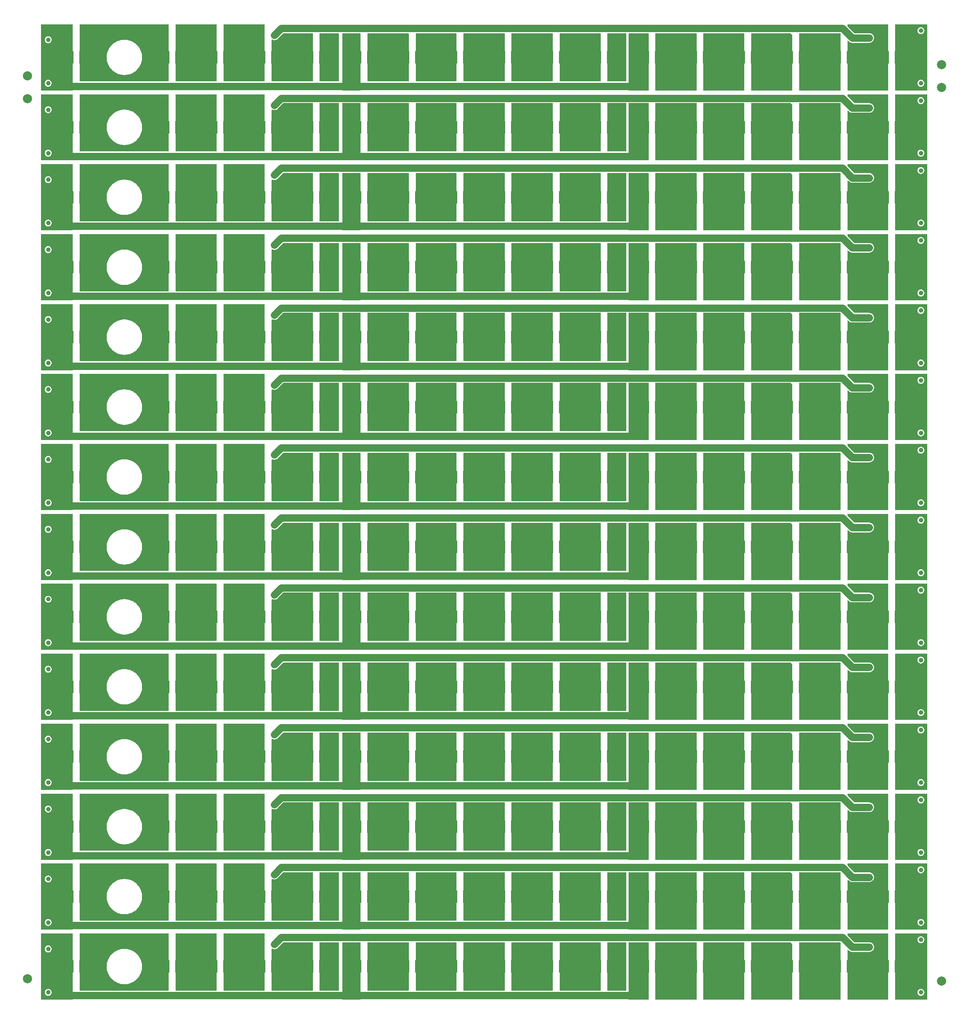
<source format=gbl>
G04 Layer_Physical_Order=2*
G04 Layer_Color=16711680*
%FSLAX44Y44*%
%MOMM*%
G71*
G01*
G75*
%ADD10C,2.0000*%
%ADD11C,1.0000*%
%ADD22C,1.6000*%
%ADD26R,2.0000X2.8000*%
G36*
X649250Y2012881D02*
X559250D01*
Y2103599D01*
X560520Y2104448D01*
X562248Y2103732D01*
X565000Y2103369D01*
X567752Y2103732D01*
X570316Y2104794D01*
X572517Y2106483D01*
X584654Y2118619D01*
X649250D01*
X649250Y2012881D01*
D02*
G37*
G36*
X1908750Y1993120D02*
X1819250D01*
Y2102057D01*
X1820423Y2102543D01*
X1822483Y2100483D01*
X1824685Y2098794D01*
X1827249Y2097732D01*
X1830000Y2097369D01*
X1867000D01*
X1869751Y2097732D01*
X1872316Y2098794D01*
X1874517Y2100483D01*
X1876207Y2102685D01*
X1877269Y2105249D01*
X1877631Y2108000D01*
X1877269Y2110752D01*
X1876207Y2113316D01*
X1874517Y2115518D01*
X1872316Y2117207D01*
X1869751Y2118269D01*
X1867000Y2118631D01*
X1834404D01*
X1819250Y2133785D01*
Y2137881D01*
X1908750D01*
X1908750Y1993120D01*
D02*
G37*
G36*
X1335000Y2012881D02*
X1294000D01*
Y2118619D01*
X1335000D01*
Y2012881D01*
D02*
G37*
G36*
X1279000D02*
X1189250D01*
Y2118619D01*
X1279000D01*
Y2012881D01*
D02*
G37*
G36*
X1174000D02*
X1084000D01*
Y2118619D01*
X1174000D01*
X1174000Y2012881D01*
D02*
G37*
G36*
X1069000D02*
X979000D01*
Y2118619D01*
X1069000D01*
Y2012881D01*
D02*
G37*
G36*
X963750D02*
X874250D01*
Y2118619D01*
X963750D01*
Y2012881D01*
D02*
G37*
G36*
X859000D02*
X769000D01*
Y2118619D01*
X859000D01*
Y2012881D01*
D02*
G37*
G36*
X706000D02*
X664250D01*
Y2118619D01*
X706000D01*
Y2012881D01*
D02*
G37*
G36*
X543750D02*
X454000D01*
Y2137881D01*
X543750D01*
X543750Y2012881D01*
D02*
G37*
G36*
X438750D02*
X349000D01*
Y2137881D01*
X438750D01*
Y2012881D01*
D02*
G37*
G36*
X333750D02*
X139250D01*
Y2137881D01*
X333750D01*
Y2012881D01*
D02*
G37*
G36*
X1993881Y1993120D02*
X1923750D01*
Y2137881D01*
X1993881D01*
Y1993120D01*
D02*
G37*
G36*
X1804000D02*
X1713750D01*
Y2118619D01*
X1804000D01*
X1804000Y1993120D01*
D02*
G37*
G36*
X1698750Y2115216D02*
X1698750Y1993120D01*
X1608750D01*
Y2118619D01*
X1695347D01*
X1698750Y2115216D01*
D02*
G37*
G36*
X1593750Y1993120D02*
X1504000D01*
Y2118619D01*
X1593750D01*
X1593750Y1993120D01*
D02*
G37*
G36*
X1489000D02*
X1398750D01*
Y2118619D01*
X1489000D01*
X1489000Y1993120D01*
D02*
G37*
G36*
X1384000D02*
X1340750D01*
Y2118619D01*
X1384000D01*
Y1993120D01*
D02*
G37*
G36*
X754000D02*
X714000D01*
Y2118619D01*
X754000D01*
Y1993120D01*
D02*
G37*
G36*
X124000D02*
X54119D01*
Y2137881D01*
X124000D01*
Y1993120D01*
D02*
G37*
G36*
X649250Y1859881D02*
X559250D01*
Y1950599D01*
X560520Y1951448D01*
X562248Y1950732D01*
X565000Y1950369D01*
X567752Y1950732D01*
X570316Y1951794D01*
X572517Y1953483D01*
X584654Y1965619D01*
X649250D01*
X649250Y1859881D01*
D02*
G37*
G36*
X1908750Y1840119D02*
X1819250D01*
Y1949057D01*
X1820423Y1949543D01*
X1822483Y1947483D01*
X1824685Y1945794D01*
X1827249Y1944732D01*
X1830000Y1944369D01*
X1867000D01*
X1869751Y1944732D01*
X1872316Y1945794D01*
X1874517Y1947483D01*
X1876207Y1949685D01*
X1877269Y1952249D01*
X1877631Y1955000D01*
X1877269Y1957752D01*
X1876207Y1960316D01*
X1874517Y1962518D01*
X1872316Y1964207D01*
X1869751Y1965269D01*
X1867000Y1965631D01*
X1834404D01*
X1819250Y1980785D01*
Y1984881D01*
X1908750D01*
X1908750Y1840119D01*
D02*
G37*
G36*
X1335000Y1859881D02*
X1294000D01*
Y1965619D01*
X1335000D01*
Y1859881D01*
D02*
G37*
G36*
X1279000D02*
X1189250D01*
Y1965619D01*
X1279000D01*
Y1859881D01*
D02*
G37*
G36*
X1174000D02*
X1084000D01*
Y1965619D01*
X1174000D01*
X1174000Y1859881D01*
D02*
G37*
G36*
X1069000D02*
X979000D01*
Y1965619D01*
X1069000D01*
Y1859881D01*
D02*
G37*
G36*
X963750D02*
X874250D01*
Y1965619D01*
X963750D01*
Y1859881D01*
D02*
G37*
G36*
X859000D02*
X769000D01*
Y1965619D01*
X859000D01*
Y1859881D01*
D02*
G37*
G36*
X706000D02*
X664250D01*
Y1965619D01*
X706000D01*
Y1859881D01*
D02*
G37*
G36*
X543750D02*
X454000D01*
Y1984881D01*
X543750D01*
X543750Y1859881D01*
D02*
G37*
G36*
X438750D02*
X349000D01*
Y1984881D01*
X438750D01*
Y1859881D01*
D02*
G37*
G36*
X333750D02*
X139250D01*
Y1984881D01*
X333750D01*
Y1859881D01*
D02*
G37*
G36*
X1993881Y1840119D02*
X1923750D01*
Y1984881D01*
X1993881D01*
Y1840119D01*
D02*
G37*
G36*
X1804000D02*
X1713750D01*
Y1965619D01*
X1804000D01*
X1804000Y1840119D01*
D02*
G37*
G36*
X1698750Y1962216D02*
X1698750Y1840119D01*
X1608750D01*
Y1965619D01*
X1695347D01*
X1698750Y1962216D01*
D02*
G37*
G36*
X1593750Y1840119D02*
X1504000D01*
Y1965619D01*
X1593750D01*
X1593750Y1840119D01*
D02*
G37*
G36*
X1489000D02*
X1398750D01*
Y1965619D01*
X1489000D01*
X1489000Y1840119D01*
D02*
G37*
G36*
X1384000D02*
X1340750D01*
Y1965619D01*
X1384000D01*
Y1840119D01*
D02*
G37*
G36*
X754000D02*
X714000D01*
Y1965619D01*
X754000D01*
Y1840119D01*
D02*
G37*
G36*
X124000D02*
X54119D01*
Y1984881D01*
X124000D01*
Y1840119D01*
D02*
G37*
G36*
X649250Y1706881D02*
X559250D01*
Y1797599D01*
X560520Y1798448D01*
X562248Y1797732D01*
X565000Y1797369D01*
X567752Y1797732D01*
X570316Y1798794D01*
X572517Y1800483D01*
X584654Y1812619D01*
X649250D01*
X649250Y1706881D01*
D02*
G37*
G36*
X1908750Y1687119D02*
X1819250D01*
Y1796057D01*
X1820423Y1796543D01*
X1822483Y1794483D01*
X1824685Y1792794D01*
X1827249Y1791732D01*
X1830000Y1791369D01*
X1867000D01*
X1869751Y1791732D01*
X1872316Y1792794D01*
X1874517Y1794483D01*
X1876207Y1796685D01*
X1877269Y1799249D01*
X1877631Y1802000D01*
X1877269Y1804752D01*
X1876207Y1807316D01*
X1874517Y1809518D01*
X1872316Y1811207D01*
X1869751Y1812269D01*
X1867000Y1812631D01*
X1834404D01*
X1819250Y1827785D01*
Y1831881D01*
X1908750D01*
X1908750Y1687119D01*
D02*
G37*
G36*
X1335000Y1706881D02*
X1294000D01*
Y1812619D01*
X1335000D01*
Y1706881D01*
D02*
G37*
G36*
X1279000D02*
X1189250D01*
Y1812619D01*
X1279000D01*
Y1706881D01*
D02*
G37*
G36*
X1174000D02*
X1084000D01*
Y1812619D01*
X1174000D01*
X1174000Y1706881D01*
D02*
G37*
G36*
X1069000D02*
X979000D01*
Y1812619D01*
X1069000D01*
Y1706881D01*
D02*
G37*
G36*
X963750D02*
X874250D01*
Y1812619D01*
X963750D01*
Y1706881D01*
D02*
G37*
G36*
X859000D02*
X769000D01*
Y1812619D01*
X859000D01*
Y1706881D01*
D02*
G37*
G36*
X706000D02*
X664250D01*
Y1812619D01*
X706000D01*
Y1706881D01*
D02*
G37*
G36*
X543750D02*
X454000D01*
Y1831881D01*
X543750D01*
X543750Y1706881D01*
D02*
G37*
G36*
X438750D02*
X349000D01*
Y1831881D01*
X438750D01*
Y1706881D01*
D02*
G37*
G36*
X333750D02*
X139250D01*
Y1831881D01*
X333750D01*
Y1706881D01*
D02*
G37*
G36*
X1993881Y1687119D02*
X1923750D01*
Y1831881D01*
X1993881D01*
Y1687119D01*
D02*
G37*
G36*
X1804000D02*
X1713750D01*
Y1812619D01*
X1804000D01*
X1804000Y1687119D01*
D02*
G37*
G36*
X1698750Y1809216D02*
X1698750Y1687119D01*
X1608750D01*
Y1812619D01*
X1695347D01*
X1698750Y1809216D01*
D02*
G37*
G36*
X1593750Y1687119D02*
X1504000D01*
Y1812619D01*
X1593750D01*
X1593750Y1687119D01*
D02*
G37*
G36*
X1489000D02*
X1398750D01*
Y1812619D01*
X1489000D01*
X1489000Y1687119D01*
D02*
G37*
G36*
X1384000D02*
X1340750D01*
Y1812619D01*
X1384000D01*
Y1687119D01*
D02*
G37*
G36*
X754000D02*
X714000D01*
Y1812619D01*
X754000D01*
Y1687119D01*
D02*
G37*
G36*
X124000D02*
X54119D01*
Y1831881D01*
X124000D01*
Y1687119D01*
D02*
G37*
G36*
X649250Y1553881D02*
X559250D01*
Y1644599D01*
X560520Y1645448D01*
X562248Y1644732D01*
X565000Y1644369D01*
X567752Y1644732D01*
X570316Y1645794D01*
X572517Y1647483D01*
X584654Y1659619D01*
X649250D01*
X649250Y1553881D01*
D02*
G37*
G36*
X1908750Y1534119D02*
X1819250D01*
Y1643056D01*
X1820423Y1643543D01*
X1822483Y1641483D01*
X1824685Y1639794D01*
X1827249Y1638732D01*
X1830000Y1638369D01*
X1867000D01*
X1869751Y1638732D01*
X1872316Y1639794D01*
X1874517Y1641483D01*
X1876207Y1643685D01*
X1877269Y1646249D01*
X1877631Y1649000D01*
X1877269Y1651752D01*
X1876207Y1654316D01*
X1874517Y1656517D01*
X1872316Y1658207D01*
X1869751Y1659269D01*
X1867000Y1659631D01*
X1834404D01*
X1819250Y1674785D01*
Y1678881D01*
X1908750D01*
X1908750Y1534119D01*
D02*
G37*
G36*
X1335000Y1553881D02*
X1294000D01*
Y1659619D01*
X1335000D01*
Y1553881D01*
D02*
G37*
G36*
X1279000D02*
X1189250D01*
Y1659619D01*
X1279000D01*
Y1553881D01*
D02*
G37*
G36*
X1174000D02*
X1084000D01*
Y1659619D01*
X1174000D01*
X1174000Y1553881D01*
D02*
G37*
G36*
X1069000D02*
X979000D01*
Y1659619D01*
X1069000D01*
Y1553881D01*
D02*
G37*
G36*
X963750D02*
X874250D01*
Y1659619D01*
X963750D01*
Y1553881D01*
D02*
G37*
G36*
X859000D02*
X769000D01*
Y1659619D01*
X859000D01*
Y1553881D01*
D02*
G37*
G36*
X706000D02*
X664250D01*
Y1659619D01*
X706000D01*
Y1553881D01*
D02*
G37*
G36*
X543750D02*
X454000D01*
Y1678881D01*
X543750D01*
X543750Y1553881D01*
D02*
G37*
G36*
X438750D02*
X349000D01*
Y1678881D01*
X438750D01*
Y1553881D01*
D02*
G37*
G36*
X333750D02*
X139250D01*
Y1678881D01*
X333750D01*
Y1553881D01*
D02*
G37*
G36*
X1993881Y1534119D02*
X1923750D01*
Y1678881D01*
X1993881D01*
Y1534119D01*
D02*
G37*
G36*
X1804000D02*
X1713750D01*
Y1659619D01*
X1804000D01*
X1804000Y1534119D01*
D02*
G37*
G36*
X1698750Y1656216D02*
X1698750Y1534119D01*
X1608750D01*
Y1659619D01*
X1695347D01*
X1698750Y1656216D01*
D02*
G37*
G36*
X1593750Y1534119D02*
X1504000D01*
Y1659619D01*
X1593750D01*
X1593750Y1534119D01*
D02*
G37*
G36*
X1489000D02*
X1398750D01*
Y1659619D01*
X1489000D01*
X1489000Y1534119D01*
D02*
G37*
G36*
X1384000D02*
X1340750D01*
Y1659619D01*
X1384000D01*
Y1534119D01*
D02*
G37*
G36*
X754000D02*
X714000D01*
Y1659619D01*
X754000D01*
Y1534119D01*
D02*
G37*
G36*
X124000D02*
X54119D01*
Y1678881D01*
X124000D01*
Y1534119D01*
D02*
G37*
G36*
X649250Y1400881D02*
X559250D01*
Y1491599D01*
X560520Y1492448D01*
X562248Y1491732D01*
X565000Y1491369D01*
X567752Y1491732D01*
X570316Y1492794D01*
X572517Y1494483D01*
X584654Y1506619D01*
X649250D01*
X649250Y1400881D01*
D02*
G37*
G36*
X1908750Y1381119D02*
X1819250D01*
Y1490056D01*
X1820423Y1490542D01*
X1822483Y1488483D01*
X1824685Y1486794D01*
X1827249Y1485732D01*
X1830000Y1485369D01*
X1867000D01*
X1869751Y1485732D01*
X1872316Y1486794D01*
X1874517Y1488483D01*
X1876207Y1490685D01*
X1877269Y1493249D01*
X1877631Y1496000D01*
X1877269Y1498752D01*
X1876207Y1501316D01*
X1874517Y1503517D01*
X1872316Y1505207D01*
X1869751Y1506269D01*
X1867000Y1506631D01*
X1834404D01*
X1819250Y1521785D01*
Y1525881D01*
X1908750D01*
X1908750Y1381119D01*
D02*
G37*
G36*
X1335000Y1400881D02*
X1294000D01*
Y1506619D01*
X1335000D01*
Y1400881D01*
D02*
G37*
G36*
X1279000D02*
X1189250D01*
Y1506619D01*
X1279000D01*
Y1400881D01*
D02*
G37*
G36*
X1174000D02*
X1084000D01*
Y1506619D01*
X1174000D01*
X1174000Y1400881D01*
D02*
G37*
G36*
X1069000D02*
X979000D01*
Y1506619D01*
X1069000D01*
Y1400881D01*
D02*
G37*
G36*
X963750D02*
X874250D01*
Y1506619D01*
X963750D01*
Y1400881D01*
D02*
G37*
G36*
X859000D02*
X769000D01*
Y1506619D01*
X859000D01*
Y1400881D01*
D02*
G37*
G36*
X706000D02*
X664250D01*
Y1506619D01*
X706000D01*
Y1400881D01*
D02*
G37*
G36*
X543750D02*
X454000D01*
Y1525881D01*
X543750D01*
X543750Y1400881D01*
D02*
G37*
G36*
X438750D02*
X349000D01*
Y1525881D01*
X438750D01*
Y1400881D01*
D02*
G37*
G36*
X333750D02*
X139250D01*
Y1525881D01*
X333750D01*
Y1400881D01*
D02*
G37*
G36*
X1993881Y1381119D02*
X1923750D01*
Y1525881D01*
X1993881D01*
Y1381119D01*
D02*
G37*
G36*
X1804000D02*
X1713750D01*
Y1506619D01*
X1804000D01*
X1804000Y1381119D01*
D02*
G37*
G36*
X1698750Y1503216D02*
X1698750Y1381119D01*
X1608750D01*
Y1506619D01*
X1695347D01*
X1698750Y1503216D01*
D02*
G37*
G36*
X1593750Y1381119D02*
X1504000D01*
Y1506619D01*
X1593750D01*
X1593750Y1381119D01*
D02*
G37*
G36*
X1489000D02*
X1398750D01*
Y1506619D01*
X1489000D01*
X1489000Y1381119D01*
D02*
G37*
G36*
X1384000D02*
X1340750D01*
Y1506619D01*
X1384000D01*
Y1381119D01*
D02*
G37*
G36*
X754000D02*
X714000D01*
Y1506619D01*
X754000D01*
Y1381119D01*
D02*
G37*
G36*
X124000D02*
X54119D01*
Y1525881D01*
X124000D01*
Y1381119D01*
D02*
G37*
G36*
X649250Y1247881D02*
X559250D01*
Y1338599D01*
X560520Y1339447D01*
X562248Y1338732D01*
X565000Y1338369D01*
X567752Y1338732D01*
X570316Y1339794D01*
X572517Y1341483D01*
X584654Y1353619D01*
X649250D01*
X649250Y1247881D01*
D02*
G37*
G36*
X1908750Y1228119D02*
X1819250D01*
Y1337056D01*
X1820423Y1337543D01*
X1822483Y1335483D01*
X1824685Y1333794D01*
X1827249Y1332731D01*
X1830000Y1332369D01*
X1867000D01*
X1869751Y1332731D01*
X1872316Y1333794D01*
X1874517Y1335483D01*
X1876207Y1337685D01*
X1877269Y1340249D01*
X1877631Y1343000D01*
X1877269Y1345752D01*
X1876207Y1348316D01*
X1874517Y1350517D01*
X1872316Y1352207D01*
X1869751Y1353269D01*
X1867000Y1353631D01*
X1834404D01*
X1819250Y1368785D01*
Y1372881D01*
X1908750D01*
X1908750Y1228119D01*
D02*
G37*
G36*
X1335000Y1247881D02*
X1294000D01*
Y1353619D01*
X1335000D01*
Y1247881D01*
D02*
G37*
G36*
X1279000D02*
X1189250D01*
Y1353619D01*
X1279000D01*
Y1247881D01*
D02*
G37*
G36*
X1174000D02*
X1084000D01*
Y1353619D01*
X1174000D01*
X1174000Y1247881D01*
D02*
G37*
G36*
X1069000D02*
X979000D01*
Y1353619D01*
X1069000D01*
Y1247881D01*
D02*
G37*
G36*
X963750D02*
X874250D01*
Y1353619D01*
X963750D01*
Y1247881D01*
D02*
G37*
G36*
X859000D02*
X769000D01*
Y1353619D01*
X859000D01*
Y1247881D01*
D02*
G37*
G36*
X706000D02*
X664250D01*
Y1353619D01*
X706000D01*
Y1247881D01*
D02*
G37*
G36*
X543750D02*
X454000D01*
Y1372881D01*
X543750D01*
X543750Y1247881D01*
D02*
G37*
G36*
X438750D02*
X349000D01*
Y1372881D01*
X438750D01*
Y1247881D01*
D02*
G37*
G36*
X333750D02*
X139250D01*
Y1372881D01*
X333750D01*
Y1247881D01*
D02*
G37*
G36*
X1993881Y1228119D02*
X1923750D01*
Y1372881D01*
X1993881D01*
Y1228119D01*
D02*
G37*
G36*
X1804000D02*
X1713750D01*
Y1353619D01*
X1804000D01*
X1804000Y1228119D01*
D02*
G37*
G36*
X1698750Y1350216D02*
X1698750Y1228119D01*
X1608750D01*
Y1353619D01*
X1695347D01*
X1698750Y1350216D01*
D02*
G37*
G36*
X1593750Y1228119D02*
X1504000D01*
Y1353619D01*
X1593750D01*
X1593750Y1228119D01*
D02*
G37*
G36*
X1489000D02*
X1398750D01*
Y1353619D01*
X1489000D01*
X1489000Y1228119D01*
D02*
G37*
G36*
X1384000D02*
X1340750D01*
Y1353619D01*
X1384000D01*
Y1228119D01*
D02*
G37*
G36*
X754000D02*
X714000D01*
Y1353619D01*
X754000D01*
Y1228119D01*
D02*
G37*
G36*
X124000D02*
X54119D01*
Y1372881D01*
X124000D01*
Y1228119D01*
D02*
G37*
G36*
X649250Y1094881D02*
X559250D01*
Y1185599D01*
X560520Y1186448D01*
X562248Y1185732D01*
X565000Y1185369D01*
X567752Y1185732D01*
X570316Y1186794D01*
X572517Y1188483D01*
X584654Y1200619D01*
X649250D01*
X649250Y1094881D01*
D02*
G37*
G36*
X1908750Y1075119D02*
X1819250D01*
Y1184056D01*
X1820423Y1184542D01*
X1822483Y1182483D01*
X1824685Y1180794D01*
X1827249Y1179732D01*
X1830000Y1179369D01*
X1867000D01*
X1869751Y1179732D01*
X1872316Y1180794D01*
X1874517Y1182483D01*
X1876207Y1184685D01*
X1877269Y1187249D01*
X1877631Y1190000D01*
X1877269Y1192752D01*
X1876207Y1195316D01*
X1874517Y1197517D01*
X1872316Y1199207D01*
X1869751Y1200269D01*
X1867000Y1200631D01*
X1834404D01*
X1819250Y1215785D01*
Y1219881D01*
X1908750D01*
X1908750Y1075119D01*
D02*
G37*
G36*
X1335000Y1094881D02*
X1294000D01*
Y1200619D01*
X1335000D01*
Y1094881D01*
D02*
G37*
G36*
X1279000D02*
X1189250D01*
Y1200619D01*
X1279000D01*
Y1094881D01*
D02*
G37*
G36*
X1174000D02*
X1084000D01*
Y1200619D01*
X1174000D01*
X1174000Y1094881D01*
D02*
G37*
G36*
X1069000D02*
X979000D01*
Y1200619D01*
X1069000D01*
Y1094881D01*
D02*
G37*
G36*
X963750D02*
X874250D01*
Y1200619D01*
X963750D01*
Y1094881D01*
D02*
G37*
G36*
X859000D02*
X769000D01*
Y1200619D01*
X859000D01*
Y1094881D01*
D02*
G37*
G36*
X706000D02*
X664250D01*
Y1200619D01*
X706000D01*
Y1094881D01*
D02*
G37*
G36*
X543750D02*
X454000D01*
Y1219881D01*
X543750D01*
X543750Y1094881D01*
D02*
G37*
G36*
X438750D02*
X349000D01*
Y1219881D01*
X438750D01*
Y1094881D01*
D02*
G37*
G36*
X333750D02*
X139250D01*
Y1219881D01*
X333750D01*
Y1094881D01*
D02*
G37*
G36*
X1993881Y1075119D02*
X1923750D01*
Y1219881D01*
X1993881D01*
Y1075119D01*
D02*
G37*
G36*
X1804000D02*
X1713750D01*
Y1200619D01*
X1804000D01*
X1804000Y1075119D01*
D02*
G37*
G36*
X1698750Y1197216D02*
X1698750Y1075119D01*
X1608750D01*
Y1200619D01*
X1695347D01*
X1698750Y1197216D01*
D02*
G37*
G36*
X1593750Y1075119D02*
X1504000D01*
Y1200619D01*
X1593750D01*
X1593750Y1075119D01*
D02*
G37*
G36*
X1489000D02*
X1398750D01*
Y1200619D01*
X1489000D01*
X1489000Y1075119D01*
D02*
G37*
G36*
X1384000D02*
X1340750D01*
Y1200619D01*
X1384000D01*
Y1075119D01*
D02*
G37*
G36*
X754000D02*
X714000D01*
Y1200619D01*
X754000D01*
Y1075119D01*
D02*
G37*
G36*
X124000D02*
X54119D01*
Y1219881D01*
X124000D01*
Y1075119D01*
D02*
G37*
G36*
X649250Y941881D02*
X559250D01*
Y1032599D01*
X560520Y1033447D01*
X562248Y1032731D01*
X565000Y1032369D01*
X567752Y1032731D01*
X570316Y1033793D01*
X572517Y1035483D01*
X584654Y1047619D01*
X649250D01*
X649250Y941881D01*
D02*
G37*
G36*
X1908750Y922119D02*
X1819250D01*
Y1031056D01*
X1820423Y1031543D01*
X1822483Y1029483D01*
X1824685Y1027794D01*
X1827249Y1026731D01*
X1830000Y1026369D01*
X1867000D01*
X1869751Y1026731D01*
X1872316Y1027794D01*
X1874517Y1029483D01*
X1876207Y1031685D01*
X1877269Y1034249D01*
X1877631Y1037000D01*
X1877269Y1039752D01*
X1876207Y1042316D01*
X1874517Y1044517D01*
X1872316Y1046207D01*
X1869751Y1047269D01*
X1867000Y1047631D01*
X1834404D01*
X1819250Y1062785D01*
Y1066881D01*
X1908750D01*
X1908750Y922119D01*
D02*
G37*
G36*
X1335000Y941881D02*
X1294000D01*
Y1047619D01*
X1335000D01*
Y941881D01*
D02*
G37*
G36*
X1279000D02*
X1189250D01*
Y1047619D01*
X1279000D01*
Y941881D01*
D02*
G37*
G36*
X1174000D02*
X1084000D01*
Y1047619D01*
X1174000D01*
X1174000Y941881D01*
D02*
G37*
G36*
X1069000D02*
X979000D01*
Y1047619D01*
X1069000D01*
Y941881D01*
D02*
G37*
G36*
X963750D02*
X874250D01*
Y1047619D01*
X963750D01*
Y941881D01*
D02*
G37*
G36*
X859000D02*
X769000D01*
Y1047619D01*
X859000D01*
Y941881D01*
D02*
G37*
G36*
X706000D02*
X664250D01*
Y1047619D01*
X706000D01*
Y941881D01*
D02*
G37*
G36*
X543750D02*
X454000D01*
Y1066881D01*
X543750D01*
X543750Y941881D01*
D02*
G37*
G36*
X438750D02*
X349000D01*
Y1066881D01*
X438750D01*
Y941881D01*
D02*
G37*
G36*
X333750D02*
X139250D01*
Y1066881D01*
X333750D01*
Y941881D01*
D02*
G37*
G36*
X1993881Y922119D02*
X1923750D01*
Y1066881D01*
X1993881D01*
Y922119D01*
D02*
G37*
G36*
X1804000D02*
X1713750D01*
Y1047619D01*
X1804000D01*
X1804000Y922119D01*
D02*
G37*
G36*
X1698750Y1044216D02*
X1698750Y922119D01*
X1608750D01*
Y1047619D01*
X1695347D01*
X1698750Y1044216D01*
D02*
G37*
G36*
X1593750Y922119D02*
X1504000D01*
Y1047619D01*
X1593750D01*
X1593750Y922119D01*
D02*
G37*
G36*
X1489000D02*
X1398750D01*
Y1047619D01*
X1489000D01*
X1489000Y922119D01*
D02*
G37*
G36*
X1384000D02*
X1340750D01*
Y1047619D01*
X1384000D01*
Y922119D01*
D02*
G37*
G36*
X754000D02*
X714000D01*
Y1047619D01*
X754000D01*
Y922119D01*
D02*
G37*
G36*
X124000D02*
X54119D01*
Y1066881D01*
X124000D01*
Y922119D01*
D02*
G37*
G36*
X649250Y788881D02*
X559250D01*
Y879599D01*
X560520Y880447D01*
X562248Y879732D01*
X565000Y879369D01*
X567752Y879731D01*
X570316Y880794D01*
X572517Y882483D01*
X584654Y894619D01*
X649250D01*
X649250Y788881D01*
D02*
G37*
G36*
X1908750Y769119D02*
X1819250D01*
Y878056D01*
X1820423Y878542D01*
X1822483Y876483D01*
X1824685Y874793D01*
X1827249Y873732D01*
X1830000Y873369D01*
X1867000D01*
X1869751Y873732D01*
X1872316Y874793D01*
X1874517Y876483D01*
X1876207Y878685D01*
X1877269Y881249D01*
X1877631Y884000D01*
X1877269Y886752D01*
X1876207Y889316D01*
X1874517Y891517D01*
X1872316Y893207D01*
X1869751Y894269D01*
X1867000Y894631D01*
X1834404D01*
X1819250Y909785D01*
Y913881D01*
X1908750D01*
X1908750Y769119D01*
D02*
G37*
G36*
X1335000Y788881D02*
X1294000D01*
Y894619D01*
X1335000D01*
Y788881D01*
D02*
G37*
G36*
X1279000D02*
X1189250D01*
Y894619D01*
X1279000D01*
Y788881D01*
D02*
G37*
G36*
X1174000D02*
X1084000D01*
Y894619D01*
X1174000D01*
X1174000Y788881D01*
D02*
G37*
G36*
X1069000D02*
X979000D01*
Y894619D01*
X1069000D01*
Y788881D01*
D02*
G37*
G36*
X963750D02*
X874250D01*
Y894619D01*
X963750D01*
Y788881D01*
D02*
G37*
G36*
X859000D02*
X769000D01*
Y894619D01*
X859000D01*
Y788881D01*
D02*
G37*
G36*
X706000D02*
X664250D01*
Y894619D01*
X706000D01*
Y788881D01*
D02*
G37*
G36*
X543750D02*
X454000D01*
Y913881D01*
X543750D01*
X543750Y788881D01*
D02*
G37*
G36*
X438750D02*
X349000D01*
Y913881D01*
X438750D01*
Y788881D01*
D02*
G37*
G36*
X333750D02*
X139250D01*
Y913881D01*
X333750D01*
Y788881D01*
D02*
G37*
G36*
X1993881Y769119D02*
X1923750D01*
Y913881D01*
X1993881D01*
Y769119D01*
D02*
G37*
G36*
X1804000D02*
X1713750D01*
Y894619D01*
X1804000D01*
X1804000Y769119D01*
D02*
G37*
G36*
X1698750Y891216D02*
X1698750Y769119D01*
X1608750D01*
Y894619D01*
X1695347D01*
X1698750Y891216D01*
D02*
G37*
G36*
X1593750Y769119D02*
X1504000D01*
Y894619D01*
X1593750D01*
X1593750Y769119D01*
D02*
G37*
G36*
X1489000D02*
X1398750D01*
Y894619D01*
X1489000D01*
X1489000Y769119D01*
D02*
G37*
G36*
X1384000D02*
X1340750D01*
Y894619D01*
X1384000D01*
Y769119D01*
D02*
G37*
G36*
X754000D02*
X714000D01*
Y894619D01*
X754000D01*
Y769119D01*
D02*
G37*
G36*
X124000D02*
X54119D01*
Y913881D01*
X124000D01*
Y769119D01*
D02*
G37*
G36*
X649250Y635881D02*
X559250D01*
Y726599D01*
X560520Y727447D01*
X562248Y726731D01*
X565000Y726369D01*
X567752Y726731D01*
X570316Y727794D01*
X572517Y729483D01*
X584654Y741619D01*
X649250D01*
X649250Y635881D01*
D02*
G37*
G36*
X1908750Y616119D02*
X1819250D01*
Y725056D01*
X1820423Y725542D01*
X1822483Y723483D01*
X1824685Y721794D01*
X1827249Y720731D01*
X1830000Y720369D01*
X1867000D01*
X1869751Y720731D01*
X1872316Y721794D01*
X1874517Y723483D01*
X1876207Y725685D01*
X1877269Y728249D01*
X1877631Y731000D01*
X1877269Y733752D01*
X1876207Y736316D01*
X1874517Y738517D01*
X1872316Y740207D01*
X1869751Y741269D01*
X1867000Y741631D01*
X1834404D01*
X1819250Y756785D01*
Y760881D01*
X1908750D01*
X1908750Y616119D01*
D02*
G37*
G36*
X1335000Y635881D02*
X1294000D01*
Y741619D01*
X1335000D01*
Y635881D01*
D02*
G37*
G36*
X1279000D02*
X1189250D01*
Y741619D01*
X1279000D01*
Y635881D01*
D02*
G37*
G36*
X1174000D02*
X1084000D01*
Y741619D01*
X1174000D01*
X1174000Y635881D01*
D02*
G37*
G36*
X1069000D02*
X979000D01*
Y741619D01*
X1069000D01*
Y635881D01*
D02*
G37*
G36*
X963750D02*
X874250D01*
Y741619D01*
X963750D01*
Y635881D01*
D02*
G37*
G36*
X859000D02*
X769000D01*
Y741619D01*
X859000D01*
Y635881D01*
D02*
G37*
G36*
X706000D02*
X664250D01*
Y741619D01*
X706000D01*
Y635881D01*
D02*
G37*
G36*
X543750D02*
X454000D01*
Y760881D01*
X543750D01*
X543750Y635881D01*
D02*
G37*
G36*
X438750D02*
X349000D01*
Y760881D01*
X438750D01*
Y635881D01*
D02*
G37*
G36*
X333750D02*
X139250D01*
Y760881D01*
X333750D01*
Y635881D01*
D02*
G37*
G36*
X1993881Y616119D02*
X1923750D01*
Y760881D01*
X1993881D01*
Y616119D01*
D02*
G37*
G36*
X1804000D02*
X1713750D01*
Y741619D01*
X1804000D01*
X1804000Y616119D01*
D02*
G37*
G36*
X1698750Y738216D02*
X1698750Y616119D01*
X1608750D01*
Y741619D01*
X1695347D01*
X1698750Y738216D01*
D02*
G37*
G36*
X1593750Y616119D02*
X1504000D01*
Y741619D01*
X1593750D01*
X1593750Y616119D01*
D02*
G37*
G36*
X1489000D02*
X1398750D01*
Y741619D01*
X1489000D01*
X1489000Y616119D01*
D02*
G37*
G36*
X1384000D02*
X1340750D01*
Y741619D01*
X1384000D01*
Y616119D01*
D02*
G37*
G36*
X754000D02*
X714000D01*
Y741619D01*
X754000D01*
Y616119D01*
D02*
G37*
G36*
X124000D02*
X54119D01*
Y760881D01*
X124000D01*
Y616119D01*
D02*
G37*
G36*
X649250Y482881D02*
X559250D01*
Y573599D01*
X560520Y574447D01*
X562248Y573731D01*
X565000Y573369D01*
X567752Y573731D01*
X570316Y574793D01*
X572517Y576483D01*
X584654Y588619D01*
X649250D01*
X649250Y482881D01*
D02*
G37*
G36*
X1908750Y463119D02*
X1819250D01*
Y572056D01*
X1820423Y572542D01*
X1822483Y570483D01*
X1824685Y568793D01*
X1827249Y567731D01*
X1830000Y567369D01*
X1867000D01*
X1869751Y567731D01*
X1872316Y568793D01*
X1874517Y570483D01*
X1876207Y572685D01*
X1877269Y575249D01*
X1877631Y578000D01*
X1877269Y580752D01*
X1876207Y583316D01*
X1874517Y585517D01*
X1872316Y587207D01*
X1869751Y588269D01*
X1867000Y588631D01*
X1834404D01*
X1819250Y603784D01*
Y607881D01*
X1908750D01*
X1908750Y463119D01*
D02*
G37*
G36*
X1335000Y482881D02*
X1294000D01*
Y588619D01*
X1335000D01*
Y482881D01*
D02*
G37*
G36*
X1279000D02*
X1189250D01*
Y588619D01*
X1279000D01*
Y482881D01*
D02*
G37*
G36*
X1174000D02*
X1084000D01*
Y588619D01*
X1174000D01*
X1174000Y482881D01*
D02*
G37*
G36*
X1069000D02*
X979000D01*
Y588619D01*
X1069000D01*
Y482881D01*
D02*
G37*
G36*
X963750D02*
X874250D01*
Y588619D01*
X963750D01*
Y482881D01*
D02*
G37*
G36*
X859000D02*
X769000D01*
Y588619D01*
X859000D01*
Y482881D01*
D02*
G37*
G36*
X706000D02*
X664250D01*
Y588619D01*
X706000D01*
Y482881D01*
D02*
G37*
G36*
X543750D02*
X454000D01*
Y607881D01*
X543750D01*
X543750Y482881D01*
D02*
G37*
G36*
X438750D02*
X349000D01*
Y607881D01*
X438750D01*
Y482881D01*
D02*
G37*
G36*
X333750D02*
X139250D01*
Y607881D01*
X333750D01*
Y482881D01*
D02*
G37*
G36*
X1993881Y463119D02*
X1923750D01*
Y607881D01*
X1993881D01*
Y463119D01*
D02*
G37*
G36*
X1804000D02*
X1713750D01*
Y588619D01*
X1804000D01*
X1804000Y463119D01*
D02*
G37*
G36*
X1698750Y585216D02*
X1698750Y463119D01*
X1608750D01*
Y588619D01*
X1695347D01*
X1698750Y585216D01*
D02*
G37*
G36*
X1593750Y463119D02*
X1504000D01*
Y588619D01*
X1593750D01*
X1593750Y463119D01*
D02*
G37*
G36*
X1489000D02*
X1398750D01*
Y588619D01*
X1489000D01*
X1489000Y463119D01*
D02*
G37*
G36*
X1384000D02*
X1340750D01*
Y588619D01*
X1384000D01*
Y463119D01*
D02*
G37*
G36*
X754000D02*
X714000D01*
Y588619D01*
X754000D01*
Y463119D01*
D02*
G37*
G36*
X124000D02*
X54119D01*
Y607881D01*
X124000D01*
Y463119D01*
D02*
G37*
G36*
X649250Y329881D02*
X559250D01*
Y420599D01*
X560520Y421447D01*
X562248Y420731D01*
X565000Y420369D01*
X567752Y420731D01*
X570316Y421793D01*
X572517Y423483D01*
X584654Y435619D01*
X649250D01*
X649250Y329881D01*
D02*
G37*
G36*
X1908750Y310119D02*
X1819250D01*
Y419056D01*
X1820423Y419542D01*
X1822483Y417483D01*
X1824685Y415793D01*
X1827249Y414731D01*
X1830000Y414369D01*
X1867000D01*
X1869751Y414731D01*
X1872316Y415793D01*
X1874517Y417483D01*
X1876207Y419685D01*
X1877269Y422249D01*
X1877631Y425000D01*
X1877269Y427752D01*
X1876207Y430316D01*
X1874517Y432517D01*
X1872316Y434207D01*
X1869751Y435269D01*
X1867000Y435631D01*
X1834404D01*
X1819250Y450784D01*
Y454881D01*
X1908750D01*
X1908750Y310119D01*
D02*
G37*
G36*
X1335000Y329881D02*
X1294000D01*
Y435619D01*
X1335000D01*
Y329881D01*
D02*
G37*
G36*
X1279000D02*
X1189250D01*
Y435619D01*
X1279000D01*
Y329881D01*
D02*
G37*
G36*
X1174000D02*
X1084000D01*
Y435619D01*
X1174000D01*
X1174000Y329881D01*
D02*
G37*
G36*
X1069000D02*
X979000D01*
Y435619D01*
X1069000D01*
Y329881D01*
D02*
G37*
G36*
X963750D02*
X874250D01*
Y435619D01*
X963750D01*
Y329881D01*
D02*
G37*
G36*
X859000D02*
X769000D01*
Y435619D01*
X859000D01*
Y329881D01*
D02*
G37*
G36*
X706000D02*
X664250D01*
Y435619D01*
X706000D01*
Y329881D01*
D02*
G37*
G36*
X543750D02*
X454000D01*
Y454881D01*
X543750D01*
X543750Y329881D01*
D02*
G37*
G36*
X438750D02*
X349000D01*
Y454881D01*
X438750D01*
Y329881D01*
D02*
G37*
G36*
X333750D02*
X139250D01*
Y454881D01*
X333750D01*
Y329881D01*
D02*
G37*
G36*
X1993881Y310119D02*
X1923750D01*
Y454881D01*
X1993881D01*
Y310119D01*
D02*
G37*
G36*
X1804000D02*
X1713750D01*
Y435619D01*
X1804000D01*
X1804000Y310119D01*
D02*
G37*
G36*
X1698750Y432216D02*
X1698750Y310119D01*
X1608750D01*
Y435619D01*
X1695347D01*
X1698750Y432216D01*
D02*
G37*
G36*
X1593750Y310119D02*
X1504000D01*
Y435619D01*
X1593750D01*
X1593750Y310119D01*
D02*
G37*
G36*
X1489000D02*
X1398750D01*
Y435619D01*
X1489000D01*
X1489000Y310119D01*
D02*
G37*
G36*
X1384000D02*
X1340750D01*
Y435619D01*
X1384000D01*
Y310119D01*
D02*
G37*
G36*
X754000D02*
X714000D01*
Y435619D01*
X754000D01*
Y310119D01*
D02*
G37*
G36*
X124000D02*
X54119D01*
Y454881D01*
X124000D01*
Y310119D01*
D02*
G37*
G36*
X649250Y176881D02*
X559250D01*
Y267599D01*
X560520Y268447D01*
X562248Y267731D01*
X565000Y267369D01*
X567752Y267731D01*
X570316Y268793D01*
X572517Y270483D01*
X584654Y282619D01*
X649250D01*
X649250Y176881D01*
D02*
G37*
G36*
X1908750Y157119D02*
X1819250D01*
Y266056D01*
X1820423Y266542D01*
X1822483Y264483D01*
X1824685Y262793D01*
X1827249Y261731D01*
X1830000Y261369D01*
X1867000D01*
X1869751Y261731D01*
X1872316Y262793D01*
X1874517Y264483D01*
X1876207Y266685D01*
X1877269Y269249D01*
X1877631Y272000D01*
X1877269Y274751D01*
X1876207Y277316D01*
X1874517Y279517D01*
X1872316Y281207D01*
X1869751Y282269D01*
X1867000Y282631D01*
X1834404D01*
X1819250Y297785D01*
Y301881D01*
X1908750D01*
X1908750Y157119D01*
D02*
G37*
G36*
X1335000Y176881D02*
X1294000D01*
Y282619D01*
X1335000D01*
Y176881D01*
D02*
G37*
G36*
X1279000D02*
X1189250D01*
Y282619D01*
X1279000D01*
Y176881D01*
D02*
G37*
G36*
X1174000D02*
X1084000D01*
Y282619D01*
X1174000D01*
X1174000Y176881D01*
D02*
G37*
G36*
X1069000D02*
X979000D01*
Y282619D01*
X1069000D01*
Y176881D01*
D02*
G37*
G36*
X963750D02*
X874250D01*
Y282619D01*
X963750D01*
Y176881D01*
D02*
G37*
G36*
X859000D02*
X769000D01*
Y282619D01*
X859000D01*
Y176881D01*
D02*
G37*
G36*
X706000D02*
X664250D01*
Y282619D01*
X706000D01*
Y176881D01*
D02*
G37*
G36*
X543750D02*
X454000D01*
Y301881D01*
X543750D01*
X543750Y176881D01*
D02*
G37*
G36*
X438750D02*
X349000D01*
Y301881D01*
X438750D01*
Y176881D01*
D02*
G37*
G36*
X333750D02*
X139250D01*
Y301881D01*
X333750D01*
Y176881D01*
D02*
G37*
G36*
X1993881Y157119D02*
X1923750D01*
Y301881D01*
X1993881D01*
Y157119D01*
D02*
G37*
G36*
X1804000D02*
X1713750D01*
Y282619D01*
X1804000D01*
X1804000Y157119D01*
D02*
G37*
G36*
X1698750Y279216D02*
X1698750Y157119D01*
X1608750D01*
Y282619D01*
X1695347D01*
X1698750Y279216D01*
D02*
G37*
G36*
X1593750Y157119D02*
X1504000D01*
Y282619D01*
X1593750D01*
X1593750Y157119D01*
D02*
G37*
G36*
X1489000D02*
X1398750D01*
Y282619D01*
X1489000D01*
X1489000Y157119D01*
D02*
G37*
G36*
X1384000D02*
X1340750D01*
Y282619D01*
X1384000D01*
Y157119D01*
D02*
G37*
G36*
X754000D02*
X714000D01*
Y282619D01*
X754000D01*
Y157119D01*
D02*
G37*
G36*
X124000D02*
X54119D01*
Y301881D01*
X124000D01*
Y157119D01*
D02*
G37*
G36*
X649250Y23881D02*
X559250D01*
Y114599D01*
X560520Y115447D01*
X562248Y114731D01*
X565000Y114369D01*
X567752Y114731D01*
X570316Y115793D01*
X572517Y117483D01*
X584654Y129619D01*
X649250D01*
X649250Y23881D01*
D02*
G37*
G36*
X1908750Y4119D02*
X1819250D01*
Y113056D01*
X1820423Y113542D01*
X1822483Y111483D01*
X1824685Y109793D01*
X1827249Y108731D01*
X1830000Y108369D01*
X1867000D01*
X1869751Y108731D01*
X1872316Y109793D01*
X1874517Y111483D01*
X1876207Y113685D01*
X1877269Y116249D01*
X1877631Y119000D01*
X1877269Y121751D01*
X1876207Y124316D01*
X1874517Y126517D01*
X1872316Y128207D01*
X1869751Y129269D01*
X1867000Y129631D01*
X1834404D01*
X1819250Y144784D01*
Y148881D01*
X1908750D01*
X1908750Y4119D01*
D02*
G37*
G36*
X1335000Y23881D02*
X1294000D01*
Y129619D01*
X1335000D01*
Y23881D01*
D02*
G37*
G36*
X1279000D02*
X1189250D01*
Y129619D01*
X1279000D01*
Y23881D01*
D02*
G37*
G36*
X1174000D02*
X1084000D01*
Y129619D01*
X1174000D01*
X1174000Y23881D01*
D02*
G37*
G36*
X1069000D02*
X979000D01*
Y129619D01*
X1069000D01*
Y23881D01*
D02*
G37*
G36*
X963750D02*
X874250D01*
Y129619D01*
X963750D01*
Y23881D01*
D02*
G37*
G36*
X859000D02*
X769000D01*
Y129619D01*
X859000D01*
Y23881D01*
D02*
G37*
G36*
X706000D02*
X664250D01*
Y129619D01*
X706000D01*
Y23881D01*
D02*
G37*
G36*
X543750D02*
X454000D01*
Y148881D01*
X543750D01*
X543750Y23881D01*
D02*
G37*
G36*
X438750D02*
X349000D01*
Y148881D01*
X438750D01*
Y23881D01*
D02*
G37*
G36*
X333750D02*
X139250D01*
Y148881D01*
X333750D01*
Y23881D01*
D02*
G37*
G36*
X1993881Y4119D02*
X1923750D01*
Y148881D01*
X1993881D01*
Y4119D01*
D02*
G37*
G36*
X1804000D02*
X1713750D01*
Y129619D01*
X1804000D01*
X1804000Y4119D01*
D02*
G37*
G36*
X1698750Y126216D02*
X1698750Y4119D01*
X1608750D01*
Y129619D01*
X1695347D01*
X1698750Y126216D01*
D02*
G37*
G36*
X1593750Y4119D02*
X1504000D01*
Y129619D01*
X1593750D01*
X1593750Y4119D01*
D02*
G37*
G36*
X1489000D02*
X1398750D01*
Y129619D01*
X1489000D01*
X1489000Y4119D01*
D02*
G37*
G36*
X1384000D02*
X1340750D01*
Y129619D01*
X1384000D01*
Y4119D01*
D02*
G37*
G36*
X754000D02*
X714000D01*
Y129619D01*
X754000D01*
Y4119D01*
D02*
G37*
G36*
X124000D02*
X54119D01*
Y148881D01*
X124000D01*
Y4119D01*
D02*
G37*
%LPC*%
G36*
X236750Y2104201D02*
X236649Y2104181D01*
X236547Y2104194D01*
X230898Y2103749D01*
X230701Y2103693D01*
X230496Y2103685D01*
X224986Y2102363D01*
X224801Y2102277D01*
X224600Y2102237D01*
X219365Y2100068D01*
X219195Y2099955D01*
X219003Y2099884D01*
X214171Y2096923D01*
X214021Y2096784D01*
X213842Y2096684D01*
X209534Y2093004D01*
X209407Y2092843D01*
X209246Y2092717D01*
X205566Y2088408D01*
X205466Y2088229D01*
X205327Y2088079D01*
X202366Y2083248D01*
X202296Y2083056D01*
X202182Y2082886D01*
X200014Y2077650D01*
X199974Y2077450D01*
X199888Y2077264D01*
X198565Y2071754D01*
X198557Y2071550D01*
X198501Y2071353D01*
X198057Y2065703D01*
X198081Y2065500D01*
X198057Y2065297D01*
X198501Y2059648D01*
X198557Y2059451D01*
X198565Y2059247D01*
X199888Y2053737D01*
X199974Y2053551D01*
X200014Y2053350D01*
X202182Y2048115D01*
X202296Y2047945D01*
X202367Y2047753D01*
X205327Y2042921D01*
X205466Y2042771D01*
X205566Y2042593D01*
X209246Y2038284D01*
X209407Y2038157D01*
X209534Y2037997D01*
X213842Y2034316D01*
X214021Y2034216D01*
X214171Y2034077D01*
X219003Y2031117D01*
X219195Y2031046D01*
X219365Y2030932D01*
X224600Y2028764D01*
X224801Y2028724D01*
X224986Y2028638D01*
X230496Y2027315D01*
X230701Y2027307D01*
X230898Y2027252D01*
X236547Y2026807D01*
X236649Y2026819D01*
X236750Y2026799D01*
X236851Y2026819D01*
X236953Y2026807D01*
X242602Y2027252D01*
X242799Y2027307D01*
X243004Y2027315D01*
X248514Y2028638D01*
X248699Y2028724D01*
X248900Y2028764D01*
X254135Y2030932D01*
X254305Y2031046D01*
X254497Y2031117D01*
X259329Y2034077D01*
X259479Y2034216D01*
X259658Y2034316D01*
X263967Y2037997D01*
X264093Y2038157D01*
X264254Y2038284D01*
X267934Y2042593D01*
X268034Y2042771D01*
X268173Y2042921D01*
X271134Y2047753D01*
X271204Y2047945D01*
X271318Y2048115D01*
X273487Y2053350D01*
X273526Y2053551D01*
X273612Y2053737D01*
X274935Y2059247D01*
X274943Y2059451D01*
X274998Y2059648D01*
X275443Y2065297D01*
X275419Y2065500D01*
X275443Y2065703D01*
X274998Y2071353D01*
X274943Y2071550D01*
X274935Y2071754D01*
X273612Y2077264D01*
X273526Y2077450D01*
X273487Y2077650D01*
X271318Y2082886D01*
X271204Y2083056D01*
X271134Y2083248D01*
X268173Y2088079D01*
X268034Y2088230D01*
X267934Y2088408D01*
X264254Y2092717D01*
X264093Y2092843D01*
X263967Y2093004D01*
X259658Y2096684D01*
X259479Y2096784D01*
X259329Y2096923D01*
X254497Y2099884D01*
X254305Y2099955D01*
X254135Y2100068D01*
X248900Y2102237D01*
X248699Y2102277D01*
X248514Y2102363D01*
X243004Y2103685D01*
X242799Y2103693D01*
X242602Y2103749D01*
X236953Y2104194D01*
X236851Y2104181D01*
X236750Y2104201D01*
D02*
G37*
G36*
X1980000Y2131605D02*
X1978032Y2131346D01*
X1976198Y2130587D01*
X1974622Y2129378D01*
X1973414Y2127803D01*
X1972654Y2125969D01*
X1972395Y2124000D01*
X1972654Y2122032D01*
X1973414Y2120198D01*
X1974622Y2118623D01*
X1976198Y2117414D01*
X1978032Y2116654D01*
X1980000Y2116395D01*
X1981968Y2116654D01*
X1983803Y2117414D01*
X1985378Y2118623D01*
X1986586Y2120198D01*
X1987346Y2122032D01*
X1987605Y2124000D01*
X1987346Y2125969D01*
X1986586Y2127803D01*
X1985378Y2129378D01*
X1983803Y2130587D01*
X1981968Y2131346D01*
X1980000Y2131605D01*
D02*
G37*
G36*
Y2016605D02*
X1978032Y2016346D01*
X1976198Y2015587D01*
X1974622Y2014378D01*
X1973414Y2012803D01*
X1972654Y2010969D01*
X1972395Y2009000D01*
X1972654Y2007032D01*
X1973414Y2005198D01*
X1974622Y2003623D01*
X1976198Y2002414D01*
X1978032Y2001654D01*
X1980000Y2001395D01*
X1981968Y2001654D01*
X1983803Y2002414D01*
X1985378Y2003623D01*
X1986586Y2005198D01*
X1987346Y2007032D01*
X1987605Y2009000D01*
X1987346Y2010969D01*
X1986586Y2012803D01*
X1985378Y2014378D01*
X1983803Y2015587D01*
X1981968Y2016346D01*
X1980000Y2016605D01*
D02*
G37*
G36*
X70000Y2111605D02*
X68032Y2111346D01*
X66198Y2110587D01*
X64623Y2109378D01*
X63414Y2107803D01*
X62654Y2105969D01*
X62395Y2104000D01*
X62654Y2102032D01*
X63414Y2100198D01*
X64623Y2098623D01*
X66198Y2097414D01*
X68032Y2096654D01*
X70000Y2096395D01*
X71968Y2096654D01*
X73803Y2097414D01*
X75378Y2098623D01*
X76586Y2100198D01*
X77346Y2102032D01*
X77605Y2104000D01*
X77346Y2105969D01*
X76586Y2107803D01*
X75378Y2109378D01*
X73803Y2110587D01*
X71968Y2111346D01*
X70000Y2111605D01*
D02*
G37*
G36*
Y2016605D02*
X68032Y2016346D01*
X66198Y2015587D01*
X64623Y2014378D01*
X63414Y2012803D01*
X62654Y2010969D01*
X62395Y2009000D01*
X62654Y2007032D01*
X63414Y2005198D01*
X64623Y2003623D01*
X66198Y2002414D01*
X68032Y2001654D01*
X70000Y2001395D01*
X71968Y2001654D01*
X73803Y2002414D01*
X75378Y2003623D01*
X76586Y2005198D01*
X77346Y2007032D01*
X77605Y2009000D01*
X77346Y2010969D01*
X76586Y2012803D01*
X75378Y2014378D01*
X73803Y2015587D01*
X71968Y2016346D01*
X70000Y2016605D01*
D02*
G37*
G36*
X236750Y1951201D02*
X236649Y1951181D01*
X236547Y1951193D01*
X230898Y1950749D01*
X230701Y1950693D01*
X230496Y1950685D01*
X224986Y1949362D01*
X224801Y1949277D01*
X224600Y1949237D01*
X219365Y1947068D01*
X219195Y1946955D01*
X219003Y1946884D01*
X214171Y1943923D01*
X214021Y1943784D01*
X213842Y1943684D01*
X209534Y1940004D01*
X209407Y1939843D01*
X209246Y1939717D01*
X205566Y1935408D01*
X205466Y1935229D01*
X205327Y1935079D01*
X202366Y1930248D01*
X202296Y1930056D01*
X202182Y1929886D01*
X200014Y1924650D01*
X199974Y1924450D01*
X199888Y1924264D01*
X198565Y1918754D01*
X198557Y1918549D01*
X198501Y1918353D01*
X198057Y1912704D01*
X198081Y1912500D01*
X198057Y1912297D01*
X198501Y1906648D01*
X198557Y1906451D01*
X198565Y1906247D01*
X199888Y1900737D01*
X199974Y1900551D01*
X200014Y1900350D01*
X202182Y1895115D01*
X202296Y1894945D01*
X202367Y1894753D01*
X205327Y1889921D01*
X205466Y1889771D01*
X205566Y1889593D01*
X209246Y1885284D01*
X209407Y1885157D01*
X209534Y1884996D01*
X213842Y1881316D01*
X214021Y1881216D01*
X214171Y1881078D01*
X219003Y1878117D01*
X219195Y1878046D01*
X219365Y1877932D01*
X224600Y1875764D01*
X224801Y1875724D01*
X224986Y1875638D01*
X230496Y1874315D01*
X230701Y1874307D01*
X230898Y1874252D01*
X236547Y1873807D01*
X236649Y1873819D01*
X236750Y1873799D01*
X236851Y1873819D01*
X236953Y1873807D01*
X242602Y1874252D01*
X242799Y1874307D01*
X243004Y1874315D01*
X248514Y1875638D01*
X248699Y1875724D01*
X248900Y1875764D01*
X254135Y1877932D01*
X254305Y1878046D01*
X254497Y1878117D01*
X259329Y1881078D01*
X259479Y1881216D01*
X259658Y1881316D01*
X263967Y1884996D01*
X264093Y1885157D01*
X264254Y1885284D01*
X267934Y1889593D01*
X268034Y1889771D01*
X268173Y1889922D01*
X271134Y1894753D01*
X271204Y1894945D01*
X271318Y1895115D01*
X273487Y1900350D01*
X273526Y1900551D01*
X273612Y1900737D01*
X274935Y1906247D01*
X274943Y1906451D01*
X274998Y1906648D01*
X275443Y1912297D01*
X275419Y1912500D01*
X275443Y1912704D01*
X274998Y1918353D01*
X274943Y1918549D01*
X274935Y1918754D01*
X273612Y1924264D01*
X273526Y1924450D01*
X273487Y1924650D01*
X271318Y1929886D01*
X271204Y1930056D01*
X271134Y1930248D01*
X268173Y1935079D01*
X268034Y1935229D01*
X267934Y1935408D01*
X264254Y1939717D01*
X264093Y1939843D01*
X263967Y1940004D01*
X259658Y1943684D01*
X259479Y1943784D01*
X259329Y1943923D01*
X254497Y1946884D01*
X254305Y1946955D01*
X254135Y1947068D01*
X248900Y1949237D01*
X248699Y1949277D01*
X248514Y1949362D01*
X243004Y1950685D01*
X242799Y1950693D01*
X242602Y1950749D01*
X236953Y1951193D01*
X236851Y1951181D01*
X236750Y1951201D01*
D02*
G37*
G36*
X1980000Y1978605D02*
X1978032Y1978346D01*
X1976198Y1977587D01*
X1974622Y1976378D01*
X1973414Y1974803D01*
X1972654Y1972969D01*
X1972395Y1971000D01*
X1972654Y1969032D01*
X1973414Y1967198D01*
X1974622Y1965623D01*
X1976198Y1964414D01*
X1978032Y1963654D01*
X1980000Y1963395D01*
X1981968Y1963654D01*
X1983803Y1964414D01*
X1985378Y1965623D01*
X1986586Y1967198D01*
X1987346Y1969032D01*
X1987605Y1971000D01*
X1987346Y1972969D01*
X1986586Y1974803D01*
X1985378Y1976378D01*
X1983803Y1977587D01*
X1981968Y1978346D01*
X1980000Y1978605D01*
D02*
G37*
G36*
Y1863605D02*
X1978032Y1863346D01*
X1976198Y1862587D01*
X1974622Y1861378D01*
X1973414Y1859803D01*
X1972654Y1857969D01*
X1972395Y1856000D01*
X1972654Y1854032D01*
X1973414Y1852198D01*
X1974622Y1850623D01*
X1976198Y1849414D01*
X1978032Y1848654D01*
X1980000Y1848395D01*
X1981968Y1848654D01*
X1983803Y1849414D01*
X1985378Y1850623D01*
X1986586Y1852198D01*
X1987346Y1854032D01*
X1987605Y1856000D01*
X1987346Y1857969D01*
X1986586Y1859803D01*
X1985378Y1861378D01*
X1983803Y1862587D01*
X1981968Y1863346D01*
X1980000Y1863605D01*
D02*
G37*
G36*
X70000Y1958605D02*
X68032Y1958346D01*
X66198Y1957587D01*
X64623Y1956378D01*
X63414Y1954803D01*
X62654Y1952969D01*
X62395Y1951000D01*
X62654Y1949032D01*
X63414Y1947198D01*
X64623Y1945623D01*
X66198Y1944414D01*
X68032Y1943654D01*
X70000Y1943395D01*
X71968Y1943654D01*
X73803Y1944414D01*
X75378Y1945623D01*
X76586Y1947198D01*
X77346Y1949032D01*
X77605Y1951000D01*
X77346Y1952969D01*
X76586Y1954803D01*
X75378Y1956378D01*
X73803Y1957587D01*
X71968Y1958346D01*
X70000Y1958605D01*
D02*
G37*
G36*
Y1863605D02*
X68032Y1863346D01*
X66198Y1862587D01*
X64623Y1861378D01*
X63414Y1859803D01*
X62654Y1857969D01*
X62395Y1856000D01*
X62654Y1854032D01*
X63414Y1852198D01*
X64623Y1850623D01*
X66198Y1849414D01*
X68032Y1848654D01*
X70000Y1848395D01*
X71968Y1848654D01*
X73803Y1849414D01*
X75378Y1850623D01*
X76586Y1852198D01*
X77346Y1854032D01*
X77605Y1856000D01*
X77346Y1857969D01*
X76586Y1859803D01*
X75378Y1861378D01*
X73803Y1862587D01*
X71968Y1863346D01*
X70000Y1863605D01*
D02*
G37*
G36*
X236750Y1798201D02*
X236649Y1798181D01*
X236547Y1798193D01*
X230898Y1797749D01*
X230701Y1797693D01*
X230496Y1797685D01*
X224986Y1796362D01*
X224801Y1796277D01*
X224600Y1796237D01*
X219365Y1794068D01*
X219195Y1793955D01*
X219003Y1793884D01*
X214171Y1790923D01*
X214021Y1790784D01*
X213842Y1790684D01*
X209534Y1787004D01*
X209407Y1786843D01*
X209246Y1786717D01*
X205566Y1782408D01*
X205466Y1782229D01*
X205327Y1782079D01*
X202366Y1777248D01*
X202296Y1777056D01*
X202182Y1776886D01*
X200014Y1771650D01*
X199974Y1771450D01*
X199888Y1771264D01*
X198565Y1765754D01*
X198557Y1765549D01*
X198501Y1765353D01*
X198057Y1759704D01*
X198081Y1759500D01*
X198057Y1759297D01*
X198501Y1753648D01*
X198557Y1753451D01*
X198565Y1753247D01*
X199888Y1747737D01*
X199974Y1747551D01*
X200014Y1747350D01*
X202182Y1742115D01*
X202296Y1741945D01*
X202367Y1741753D01*
X205327Y1736921D01*
X205466Y1736771D01*
X205566Y1736593D01*
X209246Y1732284D01*
X209407Y1732157D01*
X209534Y1731996D01*
X213842Y1728316D01*
X214021Y1728216D01*
X214171Y1728078D01*
X219003Y1725117D01*
X219195Y1725046D01*
X219365Y1724932D01*
X224600Y1722764D01*
X224801Y1722724D01*
X224986Y1722638D01*
X230496Y1721315D01*
X230701Y1721307D01*
X230898Y1721252D01*
X236547Y1720807D01*
X236649Y1720819D01*
X236750Y1720799D01*
X236851Y1720819D01*
X236953Y1720807D01*
X242602Y1721252D01*
X242799Y1721307D01*
X243004Y1721315D01*
X248514Y1722638D01*
X248699Y1722724D01*
X248900Y1722764D01*
X254135Y1724932D01*
X254305Y1725046D01*
X254497Y1725117D01*
X259329Y1728078D01*
X259479Y1728216D01*
X259658Y1728316D01*
X263967Y1731996D01*
X264093Y1732157D01*
X264254Y1732284D01*
X267934Y1736593D01*
X268034Y1736771D01*
X268173Y1736921D01*
X271134Y1741753D01*
X271204Y1741945D01*
X271318Y1742115D01*
X273487Y1747350D01*
X273526Y1747551D01*
X273612Y1747737D01*
X274935Y1753247D01*
X274943Y1753451D01*
X274998Y1753648D01*
X275443Y1759297D01*
X275419Y1759500D01*
X275443Y1759704D01*
X274998Y1765353D01*
X274943Y1765549D01*
X274935Y1765754D01*
X273612Y1771264D01*
X273526Y1771450D01*
X273487Y1771650D01*
X271318Y1776886D01*
X271204Y1777056D01*
X271134Y1777248D01*
X268173Y1782079D01*
X268034Y1782229D01*
X267934Y1782408D01*
X264254Y1786717D01*
X264093Y1786843D01*
X263967Y1787004D01*
X259658Y1790684D01*
X259479Y1790784D01*
X259329Y1790923D01*
X254497Y1793884D01*
X254305Y1793955D01*
X254135Y1794068D01*
X248900Y1796237D01*
X248699Y1796277D01*
X248514Y1796362D01*
X243004Y1797685D01*
X242799Y1797693D01*
X242602Y1797749D01*
X236953Y1798193D01*
X236851Y1798181D01*
X236750Y1798201D01*
D02*
G37*
G36*
X1980000Y1825605D02*
X1978032Y1825346D01*
X1976198Y1824586D01*
X1974622Y1823378D01*
X1973414Y1821803D01*
X1972654Y1819969D01*
X1972395Y1818000D01*
X1972654Y1816032D01*
X1973414Y1814198D01*
X1974622Y1812623D01*
X1976198Y1811414D01*
X1978032Y1810654D01*
X1980000Y1810395D01*
X1981968Y1810654D01*
X1983803Y1811414D01*
X1985378Y1812623D01*
X1986586Y1814198D01*
X1987346Y1816032D01*
X1987605Y1818000D01*
X1987346Y1819969D01*
X1986586Y1821803D01*
X1985378Y1823378D01*
X1983803Y1824586D01*
X1981968Y1825346D01*
X1980000Y1825605D01*
D02*
G37*
G36*
Y1710605D02*
X1978032Y1710346D01*
X1976198Y1709586D01*
X1974622Y1708378D01*
X1973414Y1706803D01*
X1972654Y1704969D01*
X1972395Y1703000D01*
X1972654Y1701032D01*
X1973414Y1699198D01*
X1974622Y1697623D01*
X1976198Y1696414D01*
X1978032Y1695654D01*
X1980000Y1695395D01*
X1981968Y1695654D01*
X1983803Y1696414D01*
X1985378Y1697623D01*
X1986586Y1699198D01*
X1987346Y1701032D01*
X1987605Y1703000D01*
X1987346Y1704969D01*
X1986586Y1706803D01*
X1985378Y1708378D01*
X1983803Y1709586D01*
X1981968Y1710346D01*
X1980000Y1710605D01*
D02*
G37*
G36*
X70000Y1805605D02*
X68032Y1805346D01*
X66198Y1804586D01*
X64623Y1803378D01*
X63414Y1801803D01*
X62654Y1799969D01*
X62395Y1798000D01*
X62654Y1796032D01*
X63414Y1794198D01*
X64623Y1792623D01*
X66198Y1791414D01*
X68032Y1790654D01*
X70000Y1790395D01*
X71968Y1790654D01*
X73803Y1791414D01*
X75378Y1792623D01*
X76586Y1794198D01*
X77346Y1796032D01*
X77605Y1798000D01*
X77346Y1799969D01*
X76586Y1801803D01*
X75378Y1803378D01*
X73803Y1804586D01*
X71968Y1805346D01*
X70000Y1805605D01*
D02*
G37*
G36*
Y1710605D02*
X68032Y1710346D01*
X66198Y1709586D01*
X64623Y1708378D01*
X63414Y1706803D01*
X62654Y1704969D01*
X62395Y1703000D01*
X62654Y1701032D01*
X63414Y1699198D01*
X64623Y1697623D01*
X66198Y1696414D01*
X68032Y1695654D01*
X70000Y1695395D01*
X71968Y1695654D01*
X73803Y1696414D01*
X75378Y1697623D01*
X76586Y1699198D01*
X77346Y1701032D01*
X77605Y1703000D01*
X77346Y1704969D01*
X76586Y1706803D01*
X75378Y1708378D01*
X73803Y1709586D01*
X71968Y1710346D01*
X70000Y1710605D01*
D02*
G37*
G36*
X236750Y1645201D02*
X236649Y1645181D01*
X236547Y1645193D01*
X230898Y1644749D01*
X230701Y1644693D01*
X230496Y1644685D01*
X224986Y1643362D01*
X224801Y1643277D01*
X224600Y1643237D01*
X219365Y1641068D01*
X219195Y1640955D01*
X219003Y1640884D01*
X214171Y1637923D01*
X214021Y1637784D01*
X213842Y1637684D01*
X209534Y1634004D01*
X209407Y1633843D01*
X209246Y1633717D01*
X205566Y1629408D01*
X205466Y1629229D01*
X205327Y1629079D01*
X202366Y1624248D01*
X202296Y1624056D01*
X202182Y1623885D01*
X200014Y1618650D01*
X199974Y1618450D01*
X199888Y1618264D01*
X198565Y1612754D01*
X198557Y1612549D01*
X198501Y1612352D01*
X198057Y1606703D01*
X198081Y1606500D01*
X198057Y1606297D01*
X198501Y1600648D01*
X198557Y1600451D01*
X198565Y1600247D01*
X199888Y1594737D01*
X199974Y1594551D01*
X200014Y1594350D01*
X202182Y1589115D01*
X202296Y1588945D01*
X202367Y1588753D01*
X205327Y1583921D01*
X205466Y1583771D01*
X205566Y1583593D01*
X209246Y1579284D01*
X209407Y1579157D01*
X209534Y1578996D01*
X213842Y1575316D01*
X214021Y1575216D01*
X214171Y1575078D01*
X219003Y1572117D01*
X219195Y1572046D01*
X219365Y1571932D01*
X224600Y1569764D01*
X224801Y1569724D01*
X224986Y1569638D01*
X230496Y1568315D01*
X230701Y1568307D01*
X230898Y1568252D01*
X236547Y1567807D01*
X236649Y1567819D01*
X236750Y1567799D01*
X236851Y1567819D01*
X236953Y1567807D01*
X242602Y1568252D01*
X242799Y1568307D01*
X243004Y1568315D01*
X248514Y1569638D01*
X248699Y1569724D01*
X248900Y1569764D01*
X254135Y1571932D01*
X254305Y1572046D01*
X254497Y1572117D01*
X259329Y1575078D01*
X259479Y1575216D01*
X259658Y1575316D01*
X263967Y1578996D01*
X264093Y1579157D01*
X264254Y1579284D01*
X267934Y1583593D01*
X268034Y1583771D01*
X268173Y1583921D01*
X271134Y1588753D01*
X271204Y1588945D01*
X271318Y1589115D01*
X273487Y1594350D01*
X273526Y1594551D01*
X273612Y1594737D01*
X274935Y1600247D01*
X274943Y1600451D01*
X274998Y1600648D01*
X275443Y1606297D01*
X275419Y1606500D01*
X275443Y1606703D01*
X274998Y1612352D01*
X274943Y1612549D01*
X274935Y1612754D01*
X273612Y1618264D01*
X273526Y1618450D01*
X273487Y1618650D01*
X271318Y1623885D01*
X271204Y1624056D01*
X271134Y1624248D01*
X268173Y1629079D01*
X268034Y1629229D01*
X267934Y1629408D01*
X264254Y1633717D01*
X264093Y1633843D01*
X263967Y1634004D01*
X259658Y1637684D01*
X259479Y1637784D01*
X259329Y1637923D01*
X254497Y1640884D01*
X254305Y1640955D01*
X254135Y1641068D01*
X248900Y1643237D01*
X248699Y1643277D01*
X248514Y1643362D01*
X243004Y1644685D01*
X242799Y1644693D01*
X242602Y1644749D01*
X236953Y1645193D01*
X236851Y1645181D01*
X236750Y1645201D01*
D02*
G37*
G36*
X1980000Y1672605D02*
X1978032Y1672346D01*
X1976198Y1671586D01*
X1974622Y1670378D01*
X1973414Y1668803D01*
X1972654Y1666969D01*
X1972395Y1665000D01*
X1972654Y1663032D01*
X1973414Y1661198D01*
X1974622Y1659623D01*
X1976198Y1658414D01*
X1978032Y1657654D01*
X1980000Y1657395D01*
X1981968Y1657654D01*
X1983803Y1658414D01*
X1985378Y1659623D01*
X1986586Y1661198D01*
X1987346Y1663032D01*
X1987605Y1665000D01*
X1987346Y1666969D01*
X1986586Y1668803D01*
X1985378Y1670378D01*
X1983803Y1671586D01*
X1981968Y1672346D01*
X1980000Y1672605D01*
D02*
G37*
G36*
Y1557605D02*
X1978032Y1557346D01*
X1976198Y1556586D01*
X1974622Y1555378D01*
X1973414Y1553803D01*
X1972654Y1551969D01*
X1972395Y1550000D01*
X1972654Y1548032D01*
X1973414Y1546198D01*
X1974622Y1544623D01*
X1976198Y1543414D01*
X1978032Y1542654D01*
X1980000Y1542395D01*
X1981968Y1542654D01*
X1983803Y1543414D01*
X1985378Y1544623D01*
X1986586Y1546198D01*
X1987346Y1548032D01*
X1987605Y1550000D01*
X1987346Y1551969D01*
X1986586Y1553803D01*
X1985378Y1555378D01*
X1983803Y1556586D01*
X1981968Y1557346D01*
X1980000Y1557605D01*
D02*
G37*
G36*
X70000Y1652605D02*
X68032Y1652346D01*
X66198Y1651586D01*
X64623Y1650378D01*
X63414Y1648803D01*
X62654Y1646969D01*
X62395Y1645000D01*
X62654Y1643032D01*
X63414Y1641198D01*
X64623Y1639623D01*
X66198Y1638414D01*
X68032Y1637654D01*
X70000Y1637395D01*
X71968Y1637654D01*
X73803Y1638414D01*
X75378Y1639623D01*
X76586Y1641198D01*
X77346Y1643032D01*
X77605Y1645000D01*
X77346Y1646969D01*
X76586Y1648803D01*
X75378Y1650378D01*
X73803Y1651586D01*
X71968Y1652346D01*
X70000Y1652605D01*
D02*
G37*
G36*
Y1557605D02*
X68032Y1557346D01*
X66198Y1556586D01*
X64623Y1555378D01*
X63414Y1553803D01*
X62654Y1551969D01*
X62395Y1550000D01*
X62654Y1548032D01*
X63414Y1546198D01*
X64623Y1544623D01*
X66198Y1543414D01*
X68032Y1542654D01*
X70000Y1542395D01*
X71968Y1542654D01*
X73803Y1543414D01*
X75378Y1544623D01*
X76586Y1546198D01*
X77346Y1548032D01*
X77605Y1550000D01*
X77346Y1551969D01*
X76586Y1553803D01*
X75378Y1555378D01*
X73803Y1556586D01*
X71968Y1557346D01*
X70000Y1557605D01*
D02*
G37*
G36*
X236750Y1492201D02*
X236649Y1492181D01*
X236547Y1492193D01*
X230898Y1491749D01*
X230701Y1491693D01*
X230496Y1491685D01*
X224986Y1490362D01*
X224801Y1490277D01*
X224600Y1490237D01*
X219365Y1488068D01*
X219195Y1487955D01*
X219003Y1487884D01*
X214171Y1484923D01*
X214021Y1484784D01*
X213842Y1484684D01*
X209534Y1481004D01*
X209407Y1480843D01*
X209246Y1480717D01*
X205566Y1476408D01*
X205466Y1476229D01*
X205327Y1476079D01*
X202366Y1471248D01*
X202296Y1471056D01*
X202182Y1470885D01*
X200014Y1465650D01*
X199974Y1465450D01*
X199888Y1465264D01*
X198565Y1459754D01*
X198557Y1459549D01*
X198501Y1459353D01*
X198057Y1453703D01*
X198081Y1453500D01*
X198057Y1453297D01*
X198501Y1447648D01*
X198557Y1447451D01*
X198565Y1447247D01*
X199888Y1441737D01*
X199974Y1441551D01*
X200014Y1441350D01*
X202182Y1436115D01*
X202296Y1435945D01*
X202367Y1435753D01*
X205327Y1430921D01*
X205466Y1430771D01*
X205566Y1430593D01*
X209246Y1426284D01*
X209407Y1426157D01*
X209534Y1425996D01*
X213842Y1422316D01*
X214021Y1422216D01*
X214171Y1422077D01*
X219003Y1419117D01*
X219195Y1419046D01*
X219365Y1418932D01*
X224600Y1416764D01*
X224801Y1416724D01*
X224986Y1416638D01*
X230496Y1415315D01*
X230701Y1415307D01*
X230898Y1415252D01*
X236547Y1414807D01*
X236649Y1414819D01*
X236750Y1414799D01*
X236851Y1414819D01*
X236953Y1414807D01*
X242602Y1415252D01*
X242799Y1415307D01*
X243004Y1415315D01*
X248514Y1416638D01*
X248699Y1416724D01*
X248900Y1416764D01*
X254135Y1418932D01*
X254305Y1419046D01*
X254497Y1419117D01*
X259329Y1422077D01*
X259479Y1422216D01*
X259658Y1422316D01*
X263967Y1425996D01*
X264093Y1426157D01*
X264254Y1426284D01*
X267934Y1430593D01*
X268034Y1430771D01*
X268173Y1430921D01*
X271134Y1435753D01*
X271204Y1435945D01*
X271318Y1436115D01*
X273487Y1441350D01*
X273526Y1441551D01*
X273612Y1441737D01*
X274935Y1447247D01*
X274943Y1447451D01*
X274998Y1447648D01*
X275443Y1453297D01*
X275419Y1453500D01*
X275443Y1453703D01*
X274998Y1459353D01*
X274943Y1459549D01*
X274935Y1459754D01*
X273612Y1465264D01*
X273526Y1465450D01*
X273487Y1465650D01*
X271318Y1470885D01*
X271204Y1471056D01*
X271134Y1471248D01*
X268173Y1476079D01*
X268034Y1476229D01*
X267934Y1476408D01*
X264254Y1480717D01*
X264093Y1480843D01*
X263967Y1481004D01*
X259658Y1484684D01*
X259479Y1484784D01*
X259329Y1484923D01*
X254497Y1487884D01*
X254305Y1487955D01*
X254135Y1488068D01*
X248900Y1490237D01*
X248699Y1490277D01*
X248514Y1490362D01*
X243004Y1491685D01*
X242799Y1491693D01*
X242602Y1491749D01*
X236953Y1492193D01*
X236851Y1492181D01*
X236750Y1492201D01*
D02*
G37*
G36*
X1980000Y1519605D02*
X1978032Y1519346D01*
X1976198Y1518586D01*
X1974622Y1517378D01*
X1973414Y1515803D01*
X1972654Y1513969D01*
X1972395Y1512000D01*
X1972654Y1510032D01*
X1973414Y1508198D01*
X1974622Y1506623D01*
X1976198Y1505414D01*
X1978032Y1504654D01*
X1980000Y1504395D01*
X1981968Y1504654D01*
X1983803Y1505414D01*
X1985378Y1506623D01*
X1986586Y1508198D01*
X1987346Y1510032D01*
X1987605Y1512000D01*
X1987346Y1513969D01*
X1986586Y1515803D01*
X1985378Y1517378D01*
X1983803Y1518586D01*
X1981968Y1519346D01*
X1980000Y1519605D01*
D02*
G37*
G36*
Y1404605D02*
X1978032Y1404346D01*
X1976198Y1403586D01*
X1974622Y1402378D01*
X1973414Y1400803D01*
X1972654Y1398969D01*
X1972395Y1397000D01*
X1972654Y1395032D01*
X1973414Y1393198D01*
X1974622Y1391623D01*
X1976198Y1390414D01*
X1978032Y1389654D01*
X1980000Y1389395D01*
X1981968Y1389654D01*
X1983803Y1390414D01*
X1985378Y1391623D01*
X1986586Y1393198D01*
X1987346Y1395032D01*
X1987605Y1397000D01*
X1987346Y1398969D01*
X1986586Y1400803D01*
X1985378Y1402378D01*
X1983803Y1403586D01*
X1981968Y1404346D01*
X1980000Y1404605D01*
D02*
G37*
G36*
X70000Y1499605D02*
X68032Y1499346D01*
X66198Y1498586D01*
X64623Y1497378D01*
X63414Y1495803D01*
X62654Y1493969D01*
X62395Y1492000D01*
X62654Y1490032D01*
X63414Y1488198D01*
X64623Y1486623D01*
X66198Y1485414D01*
X68032Y1484654D01*
X70000Y1484395D01*
X71968Y1484654D01*
X73803Y1485414D01*
X75378Y1486623D01*
X76586Y1488198D01*
X77346Y1490032D01*
X77605Y1492000D01*
X77346Y1493969D01*
X76586Y1495803D01*
X75378Y1497378D01*
X73803Y1498586D01*
X71968Y1499346D01*
X70000Y1499605D01*
D02*
G37*
G36*
Y1404605D02*
X68032Y1404346D01*
X66198Y1403586D01*
X64623Y1402378D01*
X63414Y1400803D01*
X62654Y1398969D01*
X62395Y1397000D01*
X62654Y1395032D01*
X63414Y1393198D01*
X64623Y1391623D01*
X66198Y1390414D01*
X68032Y1389654D01*
X70000Y1389395D01*
X71968Y1389654D01*
X73803Y1390414D01*
X75378Y1391623D01*
X76586Y1393198D01*
X77346Y1395032D01*
X77605Y1397000D01*
X77346Y1398969D01*
X76586Y1400803D01*
X75378Y1402378D01*
X73803Y1403586D01*
X71968Y1404346D01*
X70000Y1404605D01*
D02*
G37*
G36*
X236750Y1339201D02*
X236649Y1339181D01*
X236547Y1339193D01*
X230898Y1338749D01*
X230701Y1338693D01*
X230496Y1338685D01*
X224986Y1337362D01*
X224801Y1337277D01*
X224600Y1337237D01*
X219365Y1335068D01*
X219195Y1334955D01*
X219003Y1334884D01*
X214171Y1331923D01*
X214021Y1331784D01*
X213842Y1331684D01*
X209534Y1328004D01*
X209407Y1327843D01*
X209246Y1327717D01*
X205566Y1323408D01*
X205466Y1323229D01*
X205327Y1323079D01*
X202366Y1318248D01*
X202296Y1318056D01*
X202182Y1317885D01*
X200014Y1312650D01*
X199974Y1312450D01*
X199888Y1312264D01*
X198565Y1306754D01*
X198557Y1306549D01*
X198501Y1306353D01*
X198057Y1300703D01*
X198081Y1300500D01*
X198057Y1300297D01*
X198501Y1294648D01*
X198557Y1294451D01*
X198565Y1294247D01*
X199888Y1288737D01*
X199974Y1288551D01*
X200014Y1288350D01*
X202182Y1283115D01*
X202296Y1282945D01*
X202367Y1282753D01*
X205327Y1277921D01*
X205466Y1277771D01*
X205566Y1277593D01*
X209246Y1273284D01*
X209407Y1273157D01*
X209534Y1272996D01*
X213842Y1269316D01*
X214021Y1269216D01*
X214171Y1269077D01*
X219003Y1266117D01*
X219195Y1266046D01*
X219365Y1265932D01*
X224600Y1263764D01*
X224801Y1263724D01*
X224986Y1263638D01*
X230496Y1262315D01*
X230701Y1262307D01*
X230898Y1262252D01*
X236547Y1261807D01*
X236649Y1261819D01*
X236750Y1261799D01*
X236851Y1261819D01*
X236953Y1261807D01*
X242602Y1262252D01*
X242799Y1262307D01*
X243004Y1262315D01*
X248514Y1263638D01*
X248699Y1263724D01*
X248900Y1263764D01*
X254135Y1265932D01*
X254305Y1266046D01*
X254497Y1266117D01*
X259329Y1269077D01*
X259479Y1269216D01*
X259658Y1269316D01*
X263967Y1272996D01*
X264093Y1273157D01*
X264254Y1273284D01*
X267934Y1277593D01*
X268034Y1277771D01*
X268173Y1277921D01*
X271134Y1282753D01*
X271204Y1282945D01*
X271318Y1283115D01*
X273487Y1288350D01*
X273526Y1288551D01*
X273612Y1288737D01*
X274935Y1294247D01*
X274943Y1294451D01*
X274998Y1294648D01*
X275443Y1300297D01*
X275419Y1300500D01*
X275443Y1300703D01*
X274998Y1306353D01*
X274943Y1306549D01*
X274935Y1306754D01*
X273612Y1312264D01*
X273526Y1312450D01*
X273487Y1312650D01*
X271318Y1317885D01*
X271204Y1318056D01*
X271134Y1318248D01*
X268173Y1323079D01*
X268034Y1323229D01*
X267934Y1323408D01*
X264254Y1327717D01*
X264093Y1327843D01*
X263967Y1328004D01*
X259658Y1331684D01*
X259479Y1331784D01*
X259329Y1331923D01*
X254497Y1334884D01*
X254305Y1334955D01*
X254135Y1335068D01*
X248900Y1337237D01*
X248699Y1337277D01*
X248514Y1337362D01*
X243004Y1338685D01*
X242799Y1338693D01*
X242602Y1338749D01*
X236953Y1339193D01*
X236851Y1339181D01*
X236750Y1339201D01*
D02*
G37*
G36*
X1980000Y1366605D02*
X1978032Y1366346D01*
X1976198Y1365586D01*
X1974622Y1364378D01*
X1973414Y1362803D01*
X1972654Y1360969D01*
X1972395Y1359000D01*
X1972654Y1357032D01*
X1973414Y1355198D01*
X1974622Y1353623D01*
X1976198Y1352414D01*
X1978032Y1351654D01*
X1980000Y1351395D01*
X1981968Y1351654D01*
X1983803Y1352414D01*
X1985378Y1353623D01*
X1986586Y1355198D01*
X1987346Y1357032D01*
X1987605Y1359000D01*
X1987346Y1360969D01*
X1986586Y1362803D01*
X1985378Y1364378D01*
X1983803Y1365586D01*
X1981968Y1366346D01*
X1980000Y1366605D01*
D02*
G37*
G36*
Y1251605D02*
X1978032Y1251346D01*
X1976198Y1250586D01*
X1974622Y1249378D01*
X1973414Y1247803D01*
X1972654Y1245969D01*
X1972395Y1244000D01*
X1972654Y1242032D01*
X1973414Y1240198D01*
X1974622Y1238623D01*
X1976198Y1237414D01*
X1978032Y1236654D01*
X1980000Y1236395D01*
X1981968Y1236654D01*
X1983803Y1237414D01*
X1985378Y1238623D01*
X1986586Y1240198D01*
X1987346Y1242032D01*
X1987605Y1244000D01*
X1987346Y1245969D01*
X1986586Y1247803D01*
X1985378Y1249378D01*
X1983803Y1250586D01*
X1981968Y1251346D01*
X1980000Y1251605D01*
D02*
G37*
G36*
X70000Y1346605D02*
X68032Y1346346D01*
X66198Y1345586D01*
X64623Y1344378D01*
X63414Y1342803D01*
X62654Y1340969D01*
X62395Y1339000D01*
X62654Y1337032D01*
X63414Y1335198D01*
X64623Y1333623D01*
X66198Y1332414D01*
X68032Y1331654D01*
X70000Y1331395D01*
X71968Y1331654D01*
X73803Y1332414D01*
X75378Y1333623D01*
X76586Y1335198D01*
X77346Y1337032D01*
X77605Y1339000D01*
X77346Y1340969D01*
X76586Y1342803D01*
X75378Y1344378D01*
X73803Y1345586D01*
X71968Y1346346D01*
X70000Y1346605D01*
D02*
G37*
G36*
Y1251605D02*
X68032Y1251346D01*
X66198Y1250586D01*
X64623Y1249378D01*
X63414Y1247803D01*
X62654Y1245969D01*
X62395Y1244000D01*
X62654Y1242032D01*
X63414Y1240198D01*
X64623Y1238623D01*
X66198Y1237414D01*
X68032Y1236654D01*
X70000Y1236395D01*
X71968Y1236654D01*
X73803Y1237414D01*
X75378Y1238623D01*
X76586Y1240198D01*
X77346Y1242032D01*
X77605Y1244000D01*
X77346Y1245969D01*
X76586Y1247803D01*
X75378Y1249378D01*
X73803Y1250586D01*
X71968Y1251346D01*
X70000Y1251605D01*
D02*
G37*
G36*
X236750Y1186201D02*
X236649Y1186181D01*
X236547Y1186193D01*
X230898Y1185749D01*
X230701Y1185693D01*
X230496Y1185685D01*
X224986Y1184362D01*
X224801Y1184277D01*
X224600Y1184237D01*
X219365Y1182068D01*
X219195Y1181955D01*
X219003Y1181884D01*
X214171Y1178923D01*
X214021Y1178784D01*
X213842Y1178684D01*
X209534Y1175004D01*
X209407Y1174843D01*
X209246Y1174717D01*
X205566Y1170408D01*
X205466Y1170229D01*
X205327Y1170079D01*
X202366Y1165247D01*
X202296Y1165056D01*
X202182Y1164885D01*
X200014Y1159650D01*
X199974Y1159450D01*
X199888Y1159264D01*
X198565Y1153754D01*
X198557Y1153549D01*
X198501Y1153353D01*
X198057Y1147703D01*
X198081Y1147500D01*
X198057Y1147297D01*
X198501Y1141648D01*
X198557Y1141451D01*
X198565Y1141247D01*
X199888Y1135737D01*
X199974Y1135551D01*
X200014Y1135350D01*
X202182Y1130115D01*
X202296Y1129945D01*
X202367Y1129753D01*
X205327Y1124921D01*
X205466Y1124771D01*
X205566Y1124593D01*
X209246Y1120284D01*
X209407Y1120157D01*
X209534Y1119996D01*
X213842Y1116316D01*
X214021Y1116216D01*
X214171Y1116077D01*
X219003Y1113117D01*
X219195Y1113046D01*
X219365Y1112932D01*
X224600Y1110764D01*
X224801Y1110724D01*
X224986Y1110638D01*
X230496Y1109315D01*
X230701Y1109307D01*
X230898Y1109252D01*
X236547Y1108807D01*
X236649Y1108819D01*
X236750Y1108799D01*
X236851Y1108819D01*
X236953Y1108807D01*
X242602Y1109252D01*
X242799Y1109307D01*
X243004Y1109315D01*
X248514Y1110638D01*
X248699Y1110724D01*
X248900Y1110764D01*
X254135Y1112932D01*
X254305Y1113046D01*
X254497Y1113117D01*
X259329Y1116077D01*
X259479Y1116216D01*
X259658Y1116316D01*
X263967Y1119996D01*
X264093Y1120157D01*
X264254Y1120284D01*
X267934Y1124593D01*
X268034Y1124771D01*
X268173Y1124921D01*
X271134Y1129753D01*
X271204Y1129945D01*
X271318Y1130115D01*
X273487Y1135350D01*
X273526Y1135551D01*
X273612Y1135737D01*
X274935Y1141247D01*
X274943Y1141451D01*
X274998Y1141648D01*
X275443Y1147297D01*
X275419Y1147500D01*
X275443Y1147703D01*
X274998Y1153353D01*
X274943Y1153549D01*
X274935Y1153754D01*
X273612Y1159264D01*
X273526Y1159450D01*
X273487Y1159650D01*
X271318Y1164885D01*
X271204Y1165056D01*
X271134Y1165247D01*
X268173Y1170079D01*
X268034Y1170229D01*
X267934Y1170408D01*
X264254Y1174717D01*
X264093Y1174843D01*
X263967Y1175004D01*
X259658Y1178684D01*
X259479Y1178784D01*
X259329Y1178923D01*
X254497Y1181884D01*
X254305Y1181955D01*
X254135Y1182068D01*
X248900Y1184237D01*
X248699Y1184277D01*
X248514Y1184362D01*
X243004Y1185685D01*
X242799Y1185693D01*
X242602Y1185749D01*
X236953Y1186193D01*
X236851Y1186181D01*
X236750Y1186201D01*
D02*
G37*
G36*
X1980000Y1213605D02*
X1978032Y1213346D01*
X1976198Y1212586D01*
X1974622Y1211378D01*
X1973414Y1209803D01*
X1972654Y1207969D01*
X1972395Y1206000D01*
X1972654Y1204032D01*
X1973414Y1202198D01*
X1974622Y1200623D01*
X1976198Y1199414D01*
X1978032Y1198654D01*
X1980000Y1198395D01*
X1981968Y1198654D01*
X1983803Y1199414D01*
X1985378Y1200623D01*
X1986586Y1202198D01*
X1987346Y1204032D01*
X1987605Y1206000D01*
X1987346Y1207969D01*
X1986586Y1209803D01*
X1985378Y1211378D01*
X1983803Y1212586D01*
X1981968Y1213346D01*
X1980000Y1213605D01*
D02*
G37*
G36*
Y1098605D02*
X1978032Y1098346D01*
X1976198Y1097586D01*
X1974622Y1096378D01*
X1973414Y1094803D01*
X1972654Y1092969D01*
X1972395Y1091000D01*
X1972654Y1089032D01*
X1973414Y1087198D01*
X1974622Y1085623D01*
X1976198Y1084414D01*
X1978032Y1083654D01*
X1980000Y1083395D01*
X1981968Y1083654D01*
X1983803Y1084414D01*
X1985378Y1085623D01*
X1986586Y1087198D01*
X1987346Y1089032D01*
X1987605Y1091000D01*
X1987346Y1092969D01*
X1986586Y1094803D01*
X1985378Y1096378D01*
X1983803Y1097586D01*
X1981968Y1098346D01*
X1980000Y1098605D01*
D02*
G37*
G36*
X70000Y1193605D02*
X68032Y1193346D01*
X66198Y1192586D01*
X64623Y1191378D01*
X63414Y1189803D01*
X62654Y1187969D01*
X62395Y1186000D01*
X62654Y1184032D01*
X63414Y1182198D01*
X64623Y1180623D01*
X66198Y1179414D01*
X68032Y1178654D01*
X70000Y1178395D01*
X71968Y1178654D01*
X73803Y1179414D01*
X75378Y1180623D01*
X76586Y1182198D01*
X77346Y1184032D01*
X77605Y1186000D01*
X77346Y1187969D01*
X76586Y1189803D01*
X75378Y1191378D01*
X73803Y1192586D01*
X71968Y1193346D01*
X70000Y1193605D01*
D02*
G37*
G36*
Y1098605D02*
X68032Y1098346D01*
X66198Y1097586D01*
X64623Y1096378D01*
X63414Y1094803D01*
X62654Y1092969D01*
X62395Y1091000D01*
X62654Y1089032D01*
X63414Y1087198D01*
X64623Y1085623D01*
X66198Y1084414D01*
X68032Y1083654D01*
X70000Y1083395D01*
X71968Y1083654D01*
X73803Y1084414D01*
X75378Y1085623D01*
X76586Y1087198D01*
X77346Y1089032D01*
X77605Y1091000D01*
X77346Y1092969D01*
X76586Y1094803D01*
X75378Y1096378D01*
X73803Y1097586D01*
X71968Y1098346D01*
X70000Y1098605D01*
D02*
G37*
G36*
X236750Y1033201D02*
X236649Y1033181D01*
X236547Y1033193D01*
X230898Y1032749D01*
X230701Y1032693D01*
X230496Y1032685D01*
X224986Y1031362D01*
X224801Y1031277D01*
X224600Y1031237D01*
X219365Y1029068D01*
X219195Y1028954D01*
X219003Y1028884D01*
X214171Y1025923D01*
X214021Y1025784D01*
X213842Y1025684D01*
X209534Y1022004D01*
X209407Y1021843D01*
X209246Y1021717D01*
X205566Y1017408D01*
X205466Y1017229D01*
X205327Y1017079D01*
X202366Y1012247D01*
X202296Y1012056D01*
X202182Y1011885D01*
X200014Y1006650D01*
X199974Y1006450D01*
X199888Y1006264D01*
X198565Y1000754D01*
X198557Y1000549D01*
X198501Y1000352D01*
X198057Y994703D01*
X198081Y994500D01*
X198057Y994297D01*
X198501Y988648D01*
X198557Y988451D01*
X198565Y988247D01*
X199888Y982737D01*
X199974Y982551D01*
X200014Y982350D01*
X202182Y977115D01*
X202296Y976945D01*
X202367Y976753D01*
X205327Y971921D01*
X205466Y971771D01*
X205566Y971592D01*
X209246Y967284D01*
X209407Y967157D01*
X209534Y966996D01*
X213842Y963316D01*
X214021Y963216D01*
X214171Y963077D01*
X219003Y960117D01*
X219195Y960046D01*
X219365Y959932D01*
X224600Y957764D01*
X224801Y957724D01*
X224986Y957638D01*
X230496Y956315D01*
X230701Y956307D01*
X230898Y956252D01*
X236547Y955807D01*
X236649Y955819D01*
X236750Y955799D01*
X236851Y955819D01*
X236953Y955807D01*
X242602Y956252D01*
X242799Y956307D01*
X243004Y956315D01*
X248514Y957638D01*
X248699Y957724D01*
X248900Y957764D01*
X254135Y959932D01*
X254305Y960046D01*
X254497Y960117D01*
X259329Y963077D01*
X259479Y963216D01*
X259658Y963316D01*
X263967Y966996D01*
X264093Y967157D01*
X264254Y967284D01*
X267934Y971592D01*
X268034Y971771D01*
X268173Y971921D01*
X271134Y976753D01*
X271204Y976945D01*
X271318Y977115D01*
X273487Y982350D01*
X273526Y982551D01*
X273612Y982737D01*
X274935Y988247D01*
X274943Y988451D01*
X274998Y988648D01*
X275443Y994297D01*
X275419Y994500D01*
X275443Y994703D01*
X274998Y1000352D01*
X274943Y1000549D01*
X274935Y1000754D01*
X273612Y1006264D01*
X273526Y1006450D01*
X273487Y1006650D01*
X271318Y1011885D01*
X271204Y1012056D01*
X271134Y1012247D01*
X268173Y1017079D01*
X268034Y1017229D01*
X267934Y1017408D01*
X264254Y1021717D01*
X264093Y1021843D01*
X263967Y1022004D01*
X259658Y1025684D01*
X259479Y1025784D01*
X259329Y1025923D01*
X254497Y1028884D01*
X254305Y1028955D01*
X254135Y1029068D01*
X248900Y1031237D01*
X248699Y1031277D01*
X248514Y1031362D01*
X243004Y1032685D01*
X242799Y1032693D01*
X242602Y1032749D01*
X236953Y1033193D01*
X236851Y1033181D01*
X236750Y1033201D01*
D02*
G37*
G36*
X1980000Y1060605D02*
X1978032Y1060346D01*
X1976198Y1059586D01*
X1974622Y1058378D01*
X1973414Y1056803D01*
X1972654Y1054968D01*
X1972395Y1053000D01*
X1972654Y1051032D01*
X1973414Y1049198D01*
X1974622Y1047623D01*
X1976198Y1046414D01*
X1978032Y1045654D01*
X1980000Y1045395D01*
X1981968Y1045654D01*
X1983803Y1046414D01*
X1985378Y1047623D01*
X1986586Y1049198D01*
X1987346Y1051032D01*
X1987605Y1053000D01*
X1987346Y1054968D01*
X1986586Y1056803D01*
X1985378Y1058378D01*
X1983803Y1059586D01*
X1981968Y1060346D01*
X1980000Y1060605D01*
D02*
G37*
G36*
Y945605D02*
X1978032Y945346D01*
X1976198Y944586D01*
X1974622Y943378D01*
X1973414Y941803D01*
X1972654Y939968D01*
X1972395Y938000D01*
X1972654Y936032D01*
X1973414Y934198D01*
X1974622Y932623D01*
X1976198Y931414D01*
X1978032Y930654D01*
X1980000Y930395D01*
X1981968Y930654D01*
X1983803Y931414D01*
X1985378Y932623D01*
X1986586Y934198D01*
X1987346Y936032D01*
X1987605Y938000D01*
X1987346Y939968D01*
X1986586Y941803D01*
X1985378Y943378D01*
X1983803Y944586D01*
X1981968Y945346D01*
X1980000Y945605D01*
D02*
G37*
G36*
X70000Y1040605D02*
X68032Y1040346D01*
X66198Y1039586D01*
X64623Y1038378D01*
X63414Y1036803D01*
X62654Y1034968D01*
X62395Y1033000D01*
X62654Y1031032D01*
X63414Y1029198D01*
X64623Y1027623D01*
X66198Y1026414D01*
X68032Y1025654D01*
X70000Y1025395D01*
X71968Y1025654D01*
X73803Y1026414D01*
X75378Y1027623D01*
X76586Y1029198D01*
X77346Y1031032D01*
X77605Y1033000D01*
X77346Y1034968D01*
X76586Y1036803D01*
X75378Y1038378D01*
X73803Y1039586D01*
X71968Y1040346D01*
X70000Y1040605D01*
D02*
G37*
G36*
Y945605D02*
X68032Y945346D01*
X66198Y944586D01*
X64623Y943378D01*
X63414Y941803D01*
X62654Y939968D01*
X62395Y938000D01*
X62654Y936032D01*
X63414Y934198D01*
X64623Y932623D01*
X66198Y931414D01*
X68032Y930654D01*
X70000Y930395D01*
X71968Y930654D01*
X73803Y931414D01*
X75378Y932623D01*
X76586Y934198D01*
X77346Y936032D01*
X77605Y938000D01*
X77346Y939968D01*
X76586Y941803D01*
X75378Y943378D01*
X73803Y944586D01*
X71968Y945346D01*
X70000Y945605D01*
D02*
G37*
G36*
X236750Y880201D02*
X236649Y880181D01*
X236547Y880193D01*
X230898Y879749D01*
X230701Y879693D01*
X230496Y879685D01*
X224986Y878362D01*
X224801Y878277D01*
X224600Y878237D01*
X219365Y876068D01*
X219195Y875955D01*
X219003Y875884D01*
X214171Y872923D01*
X214021Y872784D01*
X213842Y872684D01*
X209534Y869004D01*
X209407Y868843D01*
X209246Y868717D01*
X205566Y864408D01*
X205466Y864229D01*
X205327Y864079D01*
X202366Y859248D01*
X202296Y859055D01*
X202182Y858885D01*
X200014Y853650D01*
X199974Y853450D01*
X199888Y853264D01*
X198565Y847754D01*
X198557Y847549D01*
X198501Y847352D01*
X198057Y841703D01*
X198081Y841500D01*
X198057Y841297D01*
X198501Y835648D01*
X198557Y835451D01*
X198565Y835247D01*
X199888Y829737D01*
X199974Y829551D01*
X200014Y829350D01*
X202182Y824115D01*
X202296Y823945D01*
X202367Y823753D01*
X205327Y818921D01*
X205466Y818771D01*
X205566Y818593D01*
X209246Y814284D01*
X209407Y814157D01*
X209534Y813996D01*
X213842Y810316D01*
X214021Y810216D01*
X214171Y810077D01*
X219003Y807117D01*
X219195Y807046D01*
X219365Y806932D01*
X224600Y804764D01*
X224801Y804724D01*
X224986Y804638D01*
X230496Y803315D01*
X230701Y803307D01*
X230898Y803252D01*
X236547Y802807D01*
X236649Y802819D01*
X236750Y802799D01*
X236851Y802819D01*
X236953Y802807D01*
X242602Y803252D01*
X242799Y803307D01*
X243004Y803315D01*
X248514Y804638D01*
X248699Y804724D01*
X248900Y804764D01*
X254135Y806932D01*
X254305Y807046D01*
X254497Y807117D01*
X259329Y810077D01*
X259479Y810216D01*
X259658Y810316D01*
X263967Y813996D01*
X264093Y814157D01*
X264254Y814284D01*
X267934Y818593D01*
X268034Y818771D01*
X268173Y818921D01*
X271134Y823753D01*
X271204Y823945D01*
X271318Y824115D01*
X273487Y829350D01*
X273526Y829551D01*
X273612Y829737D01*
X274935Y835247D01*
X274943Y835451D01*
X274998Y835648D01*
X275443Y841297D01*
X275419Y841500D01*
X275443Y841703D01*
X274998Y847352D01*
X274943Y847549D01*
X274935Y847754D01*
X273612Y853264D01*
X273526Y853450D01*
X273487Y853650D01*
X271318Y858885D01*
X271204Y859056D01*
X271134Y859248D01*
X268173Y864079D01*
X268034Y864229D01*
X267934Y864408D01*
X264254Y868717D01*
X264093Y868843D01*
X263967Y869004D01*
X259658Y872684D01*
X259479Y872784D01*
X259329Y872923D01*
X254497Y875884D01*
X254305Y875955D01*
X254135Y876068D01*
X248900Y878237D01*
X248699Y878277D01*
X248514Y878362D01*
X243004Y879685D01*
X242799Y879693D01*
X242602Y879749D01*
X236953Y880193D01*
X236851Y880181D01*
X236750Y880201D01*
D02*
G37*
G36*
X1980000Y907605D02*
X1978032Y907346D01*
X1976198Y906586D01*
X1974622Y905378D01*
X1973414Y903803D01*
X1972654Y901969D01*
X1972395Y900000D01*
X1972654Y898032D01*
X1973414Y896198D01*
X1974622Y894623D01*
X1976198Y893414D01*
X1978032Y892654D01*
X1980000Y892395D01*
X1981968Y892654D01*
X1983803Y893414D01*
X1985378Y894623D01*
X1986586Y896198D01*
X1987346Y898032D01*
X1987605Y900000D01*
X1987346Y901969D01*
X1986586Y903803D01*
X1985378Y905378D01*
X1983803Y906586D01*
X1981968Y907346D01*
X1980000Y907605D01*
D02*
G37*
G36*
Y792605D02*
X1978032Y792346D01*
X1976198Y791586D01*
X1974622Y790378D01*
X1973414Y788803D01*
X1972654Y786969D01*
X1972395Y785000D01*
X1972654Y783032D01*
X1973414Y781198D01*
X1974622Y779623D01*
X1976198Y778414D01*
X1978032Y777654D01*
X1980000Y777395D01*
X1981968Y777654D01*
X1983803Y778414D01*
X1985378Y779623D01*
X1986586Y781198D01*
X1987346Y783032D01*
X1987605Y785000D01*
X1987346Y786969D01*
X1986586Y788803D01*
X1985378Y790378D01*
X1983803Y791586D01*
X1981968Y792346D01*
X1980000Y792605D01*
D02*
G37*
G36*
X70000Y887605D02*
X68032Y887346D01*
X66198Y886586D01*
X64623Y885378D01*
X63414Y883803D01*
X62654Y881969D01*
X62395Y880000D01*
X62654Y878032D01*
X63414Y876198D01*
X64623Y874623D01*
X66198Y873414D01*
X68032Y872654D01*
X70000Y872395D01*
X71968Y872654D01*
X73803Y873414D01*
X75378Y874623D01*
X76586Y876198D01*
X77346Y878032D01*
X77605Y880000D01*
X77346Y881969D01*
X76586Y883803D01*
X75378Y885378D01*
X73803Y886586D01*
X71968Y887346D01*
X70000Y887605D01*
D02*
G37*
G36*
Y792605D02*
X68032Y792346D01*
X66198Y791586D01*
X64623Y790378D01*
X63414Y788803D01*
X62654Y786969D01*
X62395Y785000D01*
X62654Y783032D01*
X63414Y781198D01*
X64623Y779623D01*
X66198Y778414D01*
X68032Y777654D01*
X70000Y777395D01*
X71968Y777654D01*
X73803Y778414D01*
X75378Y779623D01*
X76586Y781198D01*
X77346Y783032D01*
X77605Y785000D01*
X77346Y786969D01*
X76586Y788803D01*
X75378Y790378D01*
X73803Y791586D01*
X71968Y792346D01*
X70000Y792605D01*
D02*
G37*
G36*
X236750Y727201D02*
X236649Y727181D01*
X236547Y727193D01*
X230898Y726749D01*
X230701Y726693D01*
X230496Y726685D01*
X224986Y725362D01*
X224801Y725277D01*
X224600Y725237D01*
X219365Y723068D01*
X219195Y722954D01*
X219003Y722884D01*
X214171Y719923D01*
X214021Y719784D01*
X213842Y719684D01*
X209534Y716004D01*
X209407Y715843D01*
X209246Y715717D01*
X205566Y711408D01*
X205466Y711229D01*
X205327Y711079D01*
X202366Y706247D01*
X202296Y706056D01*
X202182Y705885D01*
X200014Y700650D01*
X199974Y700450D01*
X199888Y700264D01*
X198565Y694754D01*
X198557Y694549D01*
X198501Y694352D01*
X198057Y688703D01*
X198081Y688500D01*
X198057Y688297D01*
X198501Y682648D01*
X198557Y682451D01*
X198565Y682246D01*
X199888Y676737D01*
X199974Y676551D01*
X200014Y676350D01*
X202182Y671115D01*
X202296Y670945D01*
X202367Y670753D01*
X205327Y665921D01*
X205466Y665771D01*
X205566Y665592D01*
X209246Y661284D01*
X209407Y661157D01*
X209534Y660996D01*
X213842Y657316D01*
X214021Y657216D01*
X214171Y657077D01*
X219003Y654117D01*
X219195Y654046D01*
X219365Y653932D01*
X224600Y651764D01*
X224801Y651724D01*
X224986Y651638D01*
X230496Y650315D01*
X230701Y650307D01*
X230898Y650252D01*
X236547Y649807D01*
X236649Y649819D01*
X236750Y649799D01*
X236851Y649819D01*
X236953Y649807D01*
X242602Y650252D01*
X242799Y650307D01*
X243004Y650315D01*
X248514Y651638D01*
X248699Y651724D01*
X248900Y651764D01*
X254135Y653932D01*
X254305Y654046D01*
X254497Y654117D01*
X259329Y657077D01*
X259479Y657216D01*
X259658Y657316D01*
X263967Y660996D01*
X264093Y661157D01*
X264254Y661284D01*
X267934Y665592D01*
X268034Y665771D01*
X268173Y665921D01*
X271134Y670753D01*
X271204Y670945D01*
X271318Y671115D01*
X273487Y676350D01*
X273526Y676551D01*
X273612Y676737D01*
X274935Y682246D01*
X274943Y682451D01*
X274998Y682648D01*
X275443Y688297D01*
X275419Y688500D01*
X275443Y688703D01*
X274998Y694352D01*
X274943Y694549D01*
X274935Y694754D01*
X273612Y700264D01*
X273526Y700450D01*
X273487Y700650D01*
X271318Y705885D01*
X271204Y706056D01*
X271134Y706247D01*
X268173Y711079D01*
X268034Y711229D01*
X267934Y711408D01*
X264254Y715717D01*
X264093Y715843D01*
X263967Y716004D01*
X259658Y719684D01*
X259479Y719784D01*
X259329Y719923D01*
X254497Y722884D01*
X254305Y722954D01*
X254135Y723068D01*
X248900Y725237D01*
X248699Y725277D01*
X248514Y725362D01*
X243004Y726685D01*
X242799Y726693D01*
X242602Y726749D01*
X236953Y727193D01*
X236851Y727181D01*
X236750Y727201D01*
D02*
G37*
G36*
X1980000Y754605D02*
X1978032Y754346D01*
X1976198Y753586D01*
X1974622Y752378D01*
X1973414Y750803D01*
X1972654Y748969D01*
X1972395Y747000D01*
X1972654Y745032D01*
X1973414Y743198D01*
X1974622Y741622D01*
X1976198Y740414D01*
X1978032Y739654D01*
X1980000Y739395D01*
X1981968Y739654D01*
X1983803Y740414D01*
X1985378Y741622D01*
X1986586Y743198D01*
X1987346Y745032D01*
X1987605Y747000D01*
X1987346Y748969D01*
X1986586Y750803D01*
X1985378Y752378D01*
X1983803Y753586D01*
X1981968Y754346D01*
X1980000Y754605D01*
D02*
G37*
G36*
Y639605D02*
X1978032Y639346D01*
X1976198Y638586D01*
X1974622Y637378D01*
X1973414Y635803D01*
X1972654Y633969D01*
X1972395Y632000D01*
X1972654Y630032D01*
X1973414Y628198D01*
X1974622Y626623D01*
X1976198Y625414D01*
X1978032Y624654D01*
X1980000Y624395D01*
X1981968Y624654D01*
X1983803Y625414D01*
X1985378Y626623D01*
X1986586Y628198D01*
X1987346Y630032D01*
X1987605Y632000D01*
X1987346Y633969D01*
X1986586Y635803D01*
X1985378Y637378D01*
X1983803Y638586D01*
X1981968Y639346D01*
X1980000Y639605D01*
D02*
G37*
G36*
X70000Y734605D02*
X68032Y734346D01*
X66198Y733586D01*
X64623Y732378D01*
X63414Y730803D01*
X62654Y728969D01*
X62395Y727000D01*
X62654Y725032D01*
X63414Y723198D01*
X64623Y721623D01*
X66198Y720414D01*
X68032Y719654D01*
X70000Y719395D01*
X71968Y719654D01*
X73803Y720414D01*
X75378Y721623D01*
X76586Y723198D01*
X77346Y725032D01*
X77605Y727000D01*
X77346Y728969D01*
X76586Y730803D01*
X75378Y732378D01*
X73803Y733586D01*
X71968Y734346D01*
X70000Y734605D01*
D02*
G37*
G36*
Y639605D02*
X68032Y639346D01*
X66198Y638586D01*
X64623Y637378D01*
X63414Y635803D01*
X62654Y633969D01*
X62395Y632000D01*
X62654Y630032D01*
X63414Y628198D01*
X64623Y626623D01*
X66198Y625414D01*
X68032Y624654D01*
X70000Y624395D01*
X71968Y624654D01*
X73803Y625414D01*
X75378Y626623D01*
X76586Y628198D01*
X77346Y630032D01*
X77605Y632000D01*
X77346Y633969D01*
X76586Y635803D01*
X75378Y637378D01*
X73803Y638586D01*
X71968Y639346D01*
X70000Y639605D01*
D02*
G37*
G36*
X236750Y574201D02*
X236649Y574181D01*
X236547Y574193D01*
X230898Y573749D01*
X230701Y573693D01*
X230496Y573685D01*
X224986Y572362D01*
X224801Y572277D01*
X224600Y572237D01*
X219365Y570068D01*
X219195Y569954D01*
X219003Y569884D01*
X214171Y566923D01*
X214021Y566784D01*
X213842Y566684D01*
X209534Y563004D01*
X209407Y562843D01*
X209246Y562717D01*
X205566Y558408D01*
X205466Y558229D01*
X205327Y558079D01*
X202366Y553247D01*
X202296Y553055D01*
X202182Y552885D01*
X200014Y547650D01*
X199974Y547449D01*
X199888Y547264D01*
X198565Y541754D01*
X198557Y541549D01*
X198501Y541352D01*
X198057Y535703D01*
X198081Y535500D01*
X198057Y535297D01*
X198501Y529648D01*
X198557Y529451D01*
X198565Y529246D01*
X199888Y523736D01*
X199974Y523551D01*
X200014Y523350D01*
X202182Y518115D01*
X202296Y517945D01*
X202367Y517753D01*
X205327Y512921D01*
X205466Y512771D01*
X205566Y512593D01*
X209246Y508284D01*
X209407Y508157D01*
X209534Y507996D01*
X213842Y504316D01*
X214021Y504216D01*
X214171Y504077D01*
X219003Y501116D01*
X219195Y501046D01*
X219365Y500932D01*
X224600Y498764D01*
X224801Y498724D01*
X224986Y498638D01*
X230496Y497315D01*
X230701Y497307D01*
X230898Y497252D01*
X236547Y496807D01*
X236649Y496819D01*
X236750Y496799D01*
X236851Y496819D01*
X236953Y496807D01*
X242602Y497252D01*
X242799Y497307D01*
X243004Y497315D01*
X248514Y498638D01*
X248699Y498724D01*
X248900Y498764D01*
X254135Y500932D01*
X254305Y501046D01*
X254497Y501116D01*
X259329Y504077D01*
X259479Y504216D01*
X259658Y504316D01*
X263967Y507996D01*
X264093Y508157D01*
X264254Y508284D01*
X267934Y512593D01*
X268034Y512771D01*
X268173Y512921D01*
X271134Y517753D01*
X271204Y517945D01*
X271318Y518115D01*
X273487Y523350D01*
X273526Y523551D01*
X273612Y523736D01*
X274935Y529246D01*
X274943Y529451D01*
X274998Y529648D01*
X275443Y535297D01*
X275419Y535500D01*
X275443Y535703D01*
X274998Y541352D01*
X274943Y541549D01*
X274935Y541754D01*
X273612Y547264D01*
X273526Y547449D01*
X273487Y547650D01*
X271318Y552885D01*
X271204Y553055D01*
X271134Y553247D01*
X268173Y558079D01*
X268034Y558229D01*
X267934Y558408D01*
X264254Y562717D01*
X264093Y562843D01*
X263967Y563004D01*
X259658Y566684D01*
X259479Y566784D01*
X259329Y566923D01*
X254497Y569884D01*
X254305Y569954D01*
X254135Y570068D01*
X248900Y572237D01*
X248699Y572277D01*
X248514Y572362D01*
X243004Y573685D01*
X242799Y573693D01*
X242602Y573749D01*
X236953Y574193D01*
X236851Y574181D01*
X236750Y574201D01*
D02*
G37*
G36*
X1980000Y601605D02*
X1978032Y601346D01*
X1976198Y600586D01*
X1974622Y599378D01*
X1973414Y597803D01*
X1972654Y595969D01*
X1972395Y594000D01*
X1972654Y592032D01*
X1973414Y590198D01*
X1974622Y588623D01*
X1976198Y587414D01*
X1978032Y586654D01*
X1980000Y586395D01*
X1981968Y586654D01*
X1983803Y587414D01*
X1985378Y588623D01*
X1986586Y590198D01*
X1987346Y592032D01*
X1987605Y594000D01*
X1987346Y595969D01*
X1986586Y597803D01*
X1985378Y599378D01*
X1983803Y600586D01*
X1981968Y601346D01*
X1980000Y601605D01*
D02*
G37*
G36*
Y486605D02*
X1978032Y486346D01*
X1976198Y485586D01*
X1974622Y484378D01*
X1973414Y482803D01*
X1972654Y480969D01*
X1972395Y479000D01*
X1972654Y477032D01*
X1973414Y475198D01*
X1974622Y473623D01*
X1976198Y472414D01*
X1978032Y471654D01*
X1980000Y471395D01*
X1981968Y471654D01*
X1983803Y472414D01*
X1985378Y473623D01*
X1986586Y475198D01*
X1987346Y477032D01*
X1987605Y479000D01*
X1987346Y480969D01*
X1986586Y482803D01*
X1985378Y484378D01*
X1983803Y485586D01*
X1981968Y486346D01*
X1980000Y486605D01*
D02*
G37*
G36*
X70000Y581605D02*
X68032Y581346D01*
X66198Y580586D01*
X64623Y579378D01*
X63414Y577803D01*
X62654Y575969D01*
X62395Y574000D01*
X62654Y572032D01*
X63414Y570198D01*
X64623Y568623D01*
X66198Y567414D01*
X68032Y566654D01*
X70000Y566395D01*
X71968Y566654D01*
X73803Y567414D01*
X75378Y568623D01*
X76586Y570198D01*
X77346Y572032D01*
X77605Y574000D01*
X77346Y575969D01*
X76586Y577803D01*
X75378Y579378D01*
X73803Y580586D01*
X71968Y581346D01*
X70000Y581605D01*
D02*
G37*
G36*
Y486605D02*
X68032Y486346D01*
X66198Y485586D01*
X64623Y484378D01*
X63414Y482803D01*
X62654Y480969D01*
X62395Y479000D01*
X62654Y477032D01*
X63414Y475198D01*
X64623Y473623D01*
X66198Y472414D01*
X68032Y471654D01*
X70000Y471395D01*
X71968Y471654D01*
X73803Y472414D01*
X75378Y473623D01*
X76586Y475198D01*
X77346Y477032D01*
X77605Y479000D01*
X77346Y480969D01*
X76586Y482803D01*
X75378Y484378D01*
X73803Y485586D01*
X71968Y486346D01*
X70000Y486605D01*
D02*
G37*
G36*
X236750Y421201D02*
X236649Y421181D01*
X236547Y421193D01*
X230898Y420749D01*
X230701Y420693D01*
X230496Y420685D01*
X224986Y419362D01*
X224801Y419277D01*
X224600Y419237D01*
X219365Y417068D01*
X219195Y416954D01*
X219003Y416884D01*
X214171Y413923D01*
X214021Y413784D01*
X213842Y413684D01*
X209534Y410004D01*
X209407Y409843D01*
X209246Y409717D01*
X205566Y405408D01*
X205466Y405229D01*
X205327Y405079D01*
X202366Y400247D01*
X202296Y400055D01*
X202182Y399885D01*
X200014Y394650D01*
X199974Y394450D01*
X199888Y394264D01*
X198565Y388754D01*
X198557Y388549D01*
X198501Y388352D01*
X198057Y382703D01*
X198081Y382500D01*
X198057Y382297D01*
X198501Y376648D01*
X198557Y376451D01*
X198565Y376246D01*
X199888Y370737D01*
X199974Y370551D01*
X200014Y370350D01*
X202182Y365115D01*
X202296Y364945D01*
X202367Y364753D01*
X205327Y359921D01*
X205466Y359771D01*
X205566Y359592D01*
X209246Y355284D01*
X209407Y355157D01*
X209534Y354996D01*
X213842Y351316D01*
X214021Y351216D01*
X214171Y351077D01*
X219003Y348116D01*
X219195Y348046D01*
X219365Y347932D01*
X224600Y345764D01*
X224801Y345724D01*
X224986Y345638D01*
X230496Y344315D01*
X230701Y344307D01*
X230898Y344252D01*
X236547Y343807D01*
X236649Y343819D01*
X236750Y343799D01*
X236851Y343819D01*
X236953Y343807D01*
X242602Y344252D01*
X242799Y344307D01*
X243004Y344315D01*
X248514Y345638D01*
X248699Y345724D01*
X248900Y345764D01*
X254135Y347932D01*
X254305Y348046D01*
X254497Y348116D01*
X259329Y351077D01*
X259479Y351216D01*
X259658Y351316D01*
X263967Y354996D01*
X264093Y355157D01*
X264254Y355284D01*
X267934Y359592D01*
X268034Y359771D01*
X268173Y359921D01*
X271134Y364753D01*
X271204Y364945D01*
X271318Y365115D01*
X273487Y370350D01*
X273526Y370551D01*
X273612Y370737D01*
X274935Y376246D01*
X274943Y376451D01*
X274998Y376648D01*
X275443Y382297D01*
X275419Y382500D01*
X275443Y382703D01*
X274998Y388352D01*
X274943Y388549D01*
X274935Y388754D01*
X273612Y394264D01*
X273526Y394450D01*
X273487Y394650D01*
X271318Y399885D01*
X271204Y400056D01*
X271134Y400247D01*
X268173Y405079D01*
X268034Y405229D01*
X267934Y405408D01*
X264254Y409717D01*
X264093Y409843D01*
X263967Y410004D01*
X259658Y413684D01*
X259479Y413784D01*
X259329Y413923D01*
X254497Y416884D01*
X254305Y416954D01*
X254135Y417068D01*
X248900Y419237D01*
X248699Y419277D01*
X248514Y419362D01*
X243004Y420685D01*
X242799Y420693D01*
X242602Y420749D01*
X236953Y421193D01*
X236851Y421181D01*
X236750Y421201D01*
D02*
G37*
G36*
X1980000Y448605D02*
X1978032Y448346D01*
X1976198Y447586D01*
X1974622Y446378D01*
X1973414Y444803D01*
X1972654Y442968D01*
X1972395Y441000D01*
X1972654Y439032D01*
X1973414Y437198D01*
X1974622Y435622D01*
X1976198Y434414D01*
X1978032Y433654D01*
X1980000Y433395D01*
X1981968Y433654D01*
X1983803Y434414D01*
X1985378Y435622D01*
X1986586Y437198D01*
X1987346Y439032D01*
X1987605Y441000D01*
X1987346Y442968D01*
X1986586Y444803D01*
X1985378Y446378D01*
X1983803Y447586D01*
X1981968Y448346D01*
X1980000Y448605D01*
D02*
G37*
G36*
Y333605D02*
X1978032Y333346D01*
X1976198Y332586D01*
X1974622Y331378D01*
X1973414Y329803D01*
X1972654Y327968D01*
X1972395Y326000D01*
X1972654Y324032D01*
X1973414Y322198D01*
X1974622Y320622D01*
X1976198Y319414D01*
X1978032Y318654D01*
X1980000Y318395D01*
X1981968Y318654D01*
X1983803Y319414D01*
X1985378Y320622D01*
X1986586Y322198D01*
X1987346Y324032D01*
X1987605Y326000D01*
X1987346Y327968D01*
X1986586Y329803D01*
X1985378Y331378D01*
X1983803Y332586D01*
X1981968Y333346D01*
X1980000Y333605D01*
D02*
G37*
G36*
X70000Y428605D02*
X68032Y428346D01*
X66198Y427586D01*
X64623Y426378D01*
X63414Y424803D01*
X62654Y422968D01*
X62395Y421000D01*
X62654Y419032D01*
X63414Y417198D01*
X64623Y415622D01*
X66198Y414414D01*
X68032Y413654D01*
X70000Y413395D01*
X71968Y413654D01*
X73803Y414414D01*
X75378Y415622D01*
X76586Y417198D01*
X77346Y419032D01*
X77605Y421000D01*
X77346Y422968D01*
X76586Y424803D01*
X75378Y426378D01*
X73803Y427586D01*
X71968Y428346D01*
X70000Y428605D01*
D02*
G37*
G36*
Y333605D02*
X68032Y333346D01*
X66198Y332586D01*
X64623Y331378D01*
X63414Y329803D01*
X62654Y327968D01*
X62395Y326000D01*
X62654Y324032D01*
X63414Y322198D01*
X64623Y320622D01*
X66198Y319414D01*
X68032Y318654D01*
X70000Y318395D01*
X71968Y318654D01*
X73803Y319414D01*
X75378Y320622D01*
X76586Y322198D01*
X77346Y324032D01*
X77605Y326000D01*
X77346Y327968D01*
X76586Y329803D01*
X75378Y331378D01*
X73803Y332586D01*
X71968Y333346D01*
X70000Y333605D01*
D02*
G37*
G36*
X236750Y268201D02*
X236649Y268181D01*
X236547Y268193D01*
X230898Y267749D01*
X230701Y267693D01*
X230496Y267685D01*
X224986Y266362D01*
X224801Y266276D01*
X224600Y266237D01*
X219365Y264068D01*
X219195Y263954D01*
X219003Y263884D01*
X214171Y260923D01*
X214021Y260784D01*
X213842Y260684D01*
X209534Y257004D01*
X209407Y256843D01*
X209246Y256716D01*
X205566Y252408D01*
X205466Y252229D01*
X205327Y252079D01*
X202366Y247247D01*
X202296Y247055D01*
X202182Y246885D01*
X200014Y241650D01*
X199974Y241450D01*
X199888Y241264D01*
X198565Y235754D01*
X198557Y235549D01*
X198501Y235352D01*
X198057Y229703D01*
X198081Y229500D01*
X198057Y229297D01*
X198501Y223648D01*
X198557Y223451D01*
X198565Y223246D01*
X199888Y217736D01*
X199974Y217551D01*
X200014Y217350D01*
X202182Y212115D01*
X202296Y211945D01*
X202367Y211753D01*
X205327Y206921D01*
X205466Y206771D01*
X205566Y206592D01*
X209246Y202284D01*
X209407Y202157D01*
X209534Y201996D01*
X213842Y198316D01*
X214021Y198216D01*
X214171Y198077D01*
X219003Y195117D01*
X219195Y195046D01*
X219365Y194932D01*
X224600Y192764D01*
X224801Y192724D01*
X224986Y192638D01*
X230496Y191315D01*
X230701Y191307D01*
X230898Y191252D01*
X236547Y190807D01*
X236649Y190819D01*
X236750Y190799D01*
X236851Y190819D01*
X236953Y190807D01*
X242602Y191252D01*
X242799Y191307D01*
X243004Y191315D01*
X248514Y192638D01*
X248699Y192724D01*
X248900Y192764D01*
X254135Y194932D01*
X254305Y195046D01*
X254497Y195117D01*
X259329Y198077D01*
X259479Y198216D01*
X259658Y198316D01*
X263967Y201996D01*
X264093Y202157D01*
X264254Y202284D01*
X267934Y206592D01*
X268034Y206771D01*
X268173Y206921D01*
X271134Y211753D01*
X271204Y211945D01*
X271318Y212115D01*
X273487Y217350D01*
X273526Y217551D01*
X273612Y217736D01*
X274935Y223246D01*
X274943Y223451D01*
X274998Y223648D01*
X275443Y229297D01*
X275419Y229500D01*
X275443Y229703D01*
X274998Y235352D01*
X274943Y235549D01*
X274935Y235754D01*
X273612Y241264D01*
X273526Y241450D01*
X273487Y241650D01*
X271318Y246885D01*
X271204Y247055D01*
X271134Y247247D01*
X268173Y252079D01*
X268034Y252229D01*
X267934Y252408D01*
X264254Y256716D01*
X264093Y256843D01*
X263967Y257004D01*
X259658Y260684D01*
X259479Y260784D01*
X259329Y260923D01*
X254497Y263884D01*
X254305Y263954D01*
X254135Y264068D01*
X248900Y266237D01*
X248699Y266276D01*
X248514Y266362D01*
X243004Y267685D01*
X242799Y267693D01*
X242602Y267749D01*
X236953Y268193D01*
X236851Y268181D01*
X236750Y268201D01*
D02*
G37*
G36*
X1980000Y295605D02*
X1978032Y295346D01*
X1976198Y294586D01*
X1974622Y293378D01*
X1973414Y291803D01*
X1972654Y289968D01*
X1972395Y288000D01*
X1972654Y286032D01*
X1973414Y284198D01*
X1974622Y282623D01*
X1976198Y281414D01*
X1978032Y280654D01*
X1980000Y280395D01*
X1981968Y280654D01*
X1983803Y281414D01*
X1985378Y282623D01*
X1986586Y284198D01*
X1987346Y286032D01*
X1987605Y288000D01*
X1987346Y289968D01*
X1986586Y291803D01*
X1985378Y293378D01*
X1983803Y294586D01*
X1981968Y295346D01*
X1980000Y295605D01*
D02*
G37*
G36*
Y180605D02*
X1978032Y180346D01*
X1976198Y179586D01*
X1974622Y178378D01*
X1973414Y176803D01*
X1972654Y174968D01*
X1972395Y173000D01*
X1972654Y171032D01*
X1973414Y169198D01*
X1974622Y167623D01*
X1976198Y166414D01*
X1978032Y165654D01*
X1980000Y165395D01*
X1981968Y165654D01*
X1983803Y166414D01*
X1985378Y167623D01*
X1986586Y169198D01*
X1987346Y171032D01*
X1987605Y173000D01*
X1987346Y174968D01*
X1986586Y176803D01*
X1985378Y178378D01*
X1983803Y179586D01*
X1981968Y180346D01*
X1980000Y180605D01*
D02*
G37*
G36*
X70000Y275605D02*
X68032Y275346D01*
X66198Y274586D01*
X64623Y273378D01*
X63414Y271803D01*
X62654Y269968D01*
X62395Y268000D01*
X62654Y266032D01*
X63414Y264198D01*
X64623Y262623D01*
X66198Y261414D01*
X68032Y260654D01*
X70000Y260395D01*
X71968Y260654D01*
X73803Y261414D01*
X75378Y262623D01*
X76586Y264198D01*
X77346Y266032D01*
X77605Y268000D01*
X77346Y269968D01*
X76586Y271803D01*
X75378Y273378D01*
X73803Y274586D01*
X71968Y275346D01*
X70000Y275605D01*
D02*
G37*
G36*
Y180605D02*
X68032Y180346D01*
X66198Y179586D01*
X64623Y178378D01*
X63414Y176803D01*
X62654Y174968D01*
X62395Y173000D01*
X62654Y171032D01*
X63414Y169198D01*
X64623Y167623D01*
X66198Y166414D01*
X68032Y165654D01*
X70000Y165395D01*
X71968Y165654D01*
X73803Y166414D01*
X75378Y167623D01*
X76586Y169198D01*
X77346Y171032D01*
X77605Y173000D01*
X77346Y174968D01*
X76586Y176803D01*
X75378Y178378D01*
X73803Y179586D01*
X71968Y180346D01*
X70000Y180605D01*
D02*
G37*
G36*
X236750Y115201D02*
X236649Y115181D01*
X236547Y115193D01*
X230898Y114748D01*
X230701Y114693D01*
X230496Y114685D01*
X224986Y113362D01*
X224801Y113277D01*
X224600Y113237D01*
X219365Y111068D01*
X219195Y110954D01*
X219003Y110884D01*
X214171Y107923D01*
X214021Y107784D01*
X213842Y107684D01*
X209534Y104004D01*
X209407Y103843D01*
X209246Y103716D01*
X205566Y99408D01*
X205466Y99229D01*
X205327Y99079D01*
X202366Y94247D01*
X202296Y94055D01*
X202182Y93885D01*
X200014Y88650D01*
X199974Y88449D01*
X199888Y88264D01*
X198565Y82754D01*
X198557Y82549D01*
X198501Y82352D01*
X198057Y76703D01*
X198081Y76500D01*
X198057Y76297D01*
X198501Y70648D01*
X198557Y70451D01*
X198565Y70246D01*
X199888Y64736D01*
X199974Y64551D01*
X200014Y64350D01*
X202182Y59115D01*
X202296Y58945D01*
X202367Y58753D01*
X205327Y53921D01*
X205466Y53771D01*
X205566Y53592D01*
X209246Y49283D01*
X209407Y49157D01*
X209534Y48996D01*
X213842Y45316D01*
X214021Y45216D01*
X214171Y45077D01*
X219003Y42116D01*
X219195Y42046D01*
X219365Y41932D01*
X224600Y39764D01*
X224801Y39724D01*
X224986Y39638D01*
X230496Y38315D01*
X230701Y38307D01*
X230898Y38252D01*
X236547Y37807D01*
X236649Y37819D01*
X236750Y37799D01*
X236851Y37819D01*
X236953Y37807D01*
X242602Y38252D01*
X242799Y38307D01*
X243004Y38315D01*
X248514Y39638D01*
X248699Y39724D01*
X248900Y39764D01*
X254135Y41932D01*
X254305Y42046D01*
X254497Y42116D01*
X259329Y45077D01*
X259479Y45216D01*
X259658Y45316D01*
X263967Y48996D01*
X264093Y49157D01*
X264254Y49283D01*
X267934Y53592D01*
X268034Y53771D01*
X268173Y53921D01*
X271134Y58753D01*
X271204Y58945D01*
X271318Y59115D01*
X273487Y64350D01*
X273526Y64551D01*
X273612Y64736D01*
X274935Y70246D01*
X274943Y70451D01*
X274998Y70648D01*
X275443Y76297D01*
X275419Y76500D01*
X275443Y76703D01*
X274998Y82352D01*
X274943Y82549D01*
X274935Y82754D01*
X273612Y88264D01*
X273526Y88449D01*
X273487Y88650D01*
X271318Y93885D01*
X271204Y94056D01*
X271134Y94247D01*
X268173Y99079D01*
X268034Y99229D01*
X267934Y99408D01*
X264254Y103716D01*
X264093Y103843D01*
X263967Y104004D01*
X259658Y107684D01*
X259479Y107784D01*
X259329Y107923D01*
X254497Y110884D01*
X254305Y110954D01*
X254135Y111068D01*
X248900Y113237D01*
X248699Y113277D01*
X248514Y113362D01*
X243004Y114685D01*
X242799Y114693D01*
X242602Y114748D01*
X236953Y115193D01*
X236851Y115181D01*
X236750Y115201D01*
D02*
G37*
G36*
X1980000Y142605D02*
X1978032Y142346D01*
X1976198Y141586D01*
X1974622Y140378D01*
X1973414Y138803D01*
X1972654Y136968D01*
X1972395Y135000D01*
X1972654Y133032D01*
X1973414Y131198D01*
X1974622Y129622D01*
X1976198Y128414D01*
X1978032Y127654D01*
X1980000Y127395D01*
X1981968Y127654D01*
X1983803Y128414D01*
X1985378Y129622D01*
X1986586Y131198D01*
X1987346Y133032D01*
X1987605Y135000D01*
X1987346Y136968D01*
X1986586Y138803D01*
X1985378Y140378D01*
X1983803Y141586D01*
X1981968Y142346D01*
X1980000Y142605D01*
D02*
G37*
G36*
Y27605D02*
X1978032Y27346D01*
X1976198Y26586D01*
X1974622Y25378D01*
X1973414Y23803D01*
X1972654Y21968D01*
X1972395Y20000D01*
X1972654Y18032D01*
X1973414Y16198D01*
X1974622Y14622D01*
X1976198Y13414D01*
X1978032Y12654D01*
X1980000Y12395D01*
X1981968Y12654D01*
X1983803Y13414D01*
X1985378Y14622D01*
X1986586Y16198D01*
X1987346Y18032D01*
X1987605Y20000D01*
X1987346Y21968D01*
X1986586Y23803D01*
X1985378Y25378D01*
X1983803Y26586D01*
X1981968Y27346D01*
X1980000Y27605D01*
D02*
G37*
G36*
X70000Y122605D02*
X68032Y122346D01*
X66198Y121586D01*
X64623Y120378D01*
X63414Y118803D01*
X62654Y116968D01*
X62395Y115000D01*
X62654Y113032D01*
X63414Y111198D01*
X64623Y109622D01*
X66198Y108414D01*
X68032Y107654D01*
X70000Y107395D01*
X71968Y107654D01*
X73803Y108414D01*
X75378Y109622D01*
X76586Y111198D01*
X77346Y113032D01*
X77605Y115000D01*
X77346Y116968D01*
X76586Y118803D01*
X75378Y120378D01*
X73803Y121586D01*
X71968Y122346D01*
X70000Y122605D01*
D02*
G37*
G36*
Y27605D02*
X68032Y27346D01*
X66198Y26586D01*
X64623Y25378D01*
X63414Y23803D01*
X62654Y21968D01*
X62395Y20000D01*
X62654Y18032D01*
X63414Y16198D01*
X64623Y14622D01*
X66198Y13414D01*
X68032Y12654D01*
X70000Y12395D01*
X71968Y12654D01*
X73803Y13414D01*
X75378Y14622D01*
X76586Y16198D01*
X77346Y18032D01*
X77605Y20000D01*
X77346Y21968D01*
X76586Y23803D01*
X75378Y25378D01*
X73803Y26586D01*
X71968Y27346D01*
X70000Y27605D01*
D02*
G37*
%LPD*%
D10*
X25000Y1975000D02*
D03*
Y2025000D02*
D03*
X2025000Y45000D02*
D03*
X25000Y50000D02*
D03*
X2025000Y2000000D02*
D03*
Y2050000D02*
D03*
D11*
X1980000Y20000D02*
D03*
Y135000D02*
D03*
X70000Y115000D02*
D03*
Y20000D02*
D03*
X1980000Y173000D02*
D03*
Y288000D02*
D03*
X70000Y268000D02*
D03*
Y173000D02*
D03*
X1980000Y326000D02*
D03*
Y441000D02*
D03*
X70000Y421000D02*
D03*
Y326000D02*
D03*
X1980000Y479000D02*
D03*
Y594000D02*
D03*
X70000Y574000D02*
D03*
Y479000D02*
D03*
X1980000Y632000D02*
D03*
Y747000D02*
D03*
X70000Y727000D02*
D03*
Y632000D02*
D03*
X1980000Y785000D02*
D03*
Y900000D02*
D03*
X70000Y880000D02*
D03*
Y785000D02*
D03*
X1980000Y938000D02*
D03*
Y1053000D02*
D03*
X70000Y1033000D02*
D03*
Y938000D02*
D03*
X1980000Y1091000D02*
D03*
Y1206000D02*
D03*
X70000Y1186000D02*
D03*
Y1091000D02*
D03*
X1980000Y1244000D02*
D03*
Y1359000D02*
D03*
X70000Y1339000D02*
D03*
Y1244000D02*
D03*
X1980000Y1397000D02*
D03*
Y1512000D02*
D03*
X70000Y1492000D02*
D03*
Y1397000D02*
D03*
X1980000Y1550000D02*
D03*
Y1665000D02*
D03*
X70000Y1645000D02*
D03*
Y1550000D02*
D03*
X1980000Y1703000D02*
D03*
Y1818000D02*
D03*
X70000Y1798000D02*
D03*
Y1703000D02*
D03*
X1980000Y1856000D02*
D03*
Y1971000D02*
D03*
X70000Y1951000D02*
D03*
Y1856000D02*
D03*
X1980000Y2009000D02*
D03*
Y2124000D02*
D03*
X70000Y2104000D02*
D03*
Y2009000D02*
D03*
X1830000Y119000D02*
D03*
X1841000D02*
D03*
X1854000D02*
D03*
X1867000D02*
D03*
X1315750Y95000D02*
D03*
X683000Y49250D02*
D03*
X671750Y49500D02*
D03*
X1315000Y40750D02*
D03*
X730000Y115000D02*
D03*
X70000Y140000D02*
D03*
X87500D02*
D03*
X730000Y100000D02*
D03*
X1370000D02*
D03*
X1355000D02*
D03*
X1975000Y80000D02*
D03*
X1960000D02*
D03*
X565000Y125000D02*
D03*
X575000Y135000D02*
D03*
X1830000Y272000D02*
D03*
X1841000D02*
D03*
X1854000D02*
D03*
X1867000D02*
D03*
X1315750Y248000D02*
D03*
X683000Y202250D02*
D03*
X671750Y202500D02*
D03*
X1315000Y193750D02*
D03*
X730000Y268000D02*
D03*
X70000Y293000D02*
D03*
X87500D02*
D03*
X730000Y253000D02*
D03*
X1370000D02*
D03*
X1355000D02*
D03*
X1975000Y233000D02*
D03*
X1960000D02*
D03*
X565000Y278000D02*
D03*
X575000Y288000D02*
D03*
X1830000Y425000D02*
D03*
X1841000D02*
D03*
X1854000D02*
D03*
X1867000D02*
D03*
X1315750Y401000D02*
D03*
X683000Y355250D02*
D03*
X671750Y355500D02*
D03*
X1315000Y346750D02*
D03*
X730000Y421000D02*
D03*
X70000Y446000D02*
D03*
X87500D02*
D03*
X730000Y406000D02*
D03*
X1370000D02*
D03*
X1355000D02*
D03*
X1975000Y386000D02*
D03*
X1960000D02*
D03*
X565000Y431000D02*
D03*
X575000Y441000D02*
D03*
X1830000Y578000D02*
D03*
X1841000D02*
D03*
X1854000D02*
D03*
X1867000D02*
D03*
X1315750Y554000D02*
D03*
X683000Y508250D02*
D03*
X671750Y508500D02*
D03*
X1315000Y499750D02*
D03*
X730000Y574000D02*
D03*
X70000Y599000D02*
D03*
X87500D02*
D03*
X730000Y559000D02*
D03*
X1370000D02*
D03*
X1355000D02*
D03*
X1975000Y539000D02*
D03*
X1960000D02*
D03*
X565000Y584000D02*
D03*
X575000Y594000D02*
D03*
X1830000Y731000D02*
D03*
X1841000D02*
D03*
X1854000D02*
D03*
X1867000D02*
D03*
X1315750Y707000D02*
D03*
X683000Y661250D02*
D03*
X671750Y661500D02*
D03*
X1315000Y652750D02*
D03*
X730000Y727000D02*
D03*
X70000Y752000D02*
D03*
X87500D02*
D03*
X730000Y712000D02*
D03*
X1370000D02*
D03*
X1355000D02*
D03*
X1975000Y692000D02*
D03*
X1960000D02*
D03*
X565000Y737000D02*
D03*
X575000Y747000D02*
D03*
X1830000Y884000D02*
D03*
X1841000D02*
D03*
X1854000D02*
D03*
X1867000D02*
D03*
X1315750Y860000D02*
D03*
X683000Y814250D02*
D03*
X671750Y814500D02*
D03*
X1315000Y805750D02*
D03*
X730000Y880000D02*
D03*
X70000Y905000D02*
D03*
X87500D02*
D03*
X730000Y865000D02*
D03*
X1370000D02*
D03*
X1355000D02*
D03*
X1975000Y845000D02*
D03*
X1960000D02*
D03*
X565000Y890000D02*
D03*
X575000Y900000D02*
D03*
X1830000Y1037000D02*
D03*
X1841000D02*
D03*
X1854000D02*
D03*
X1867000D02*
D03*
X1315750Y1013000D02*
D03*
X683000Y967250D02*
D03*
X671750Y967500D02*
D03*
X1315000Y958750D02*
D03*
X730000Y1033000D02*
D03*
X70000Y1058000D02*
D03*
X87500D02*
D03*
X730000Y1018000D02*
D03*
X1370000D02*
D03*
X1355000D02*
D03*
X1975000Y998000D02*
D03*
X1960000D02*
D03*
X565000Y1043000D02*
D03*
X575000Y1053000D02*
D03*
X1830000Y1190000D02*
D03*
X1841000D02*
D03*
X1854000D02*
D03*
X1867000D02*
D03*
X1315750Y1166000D02*
D03*
X683000Y1120250D02*
D03*
X671750Y1120500D02*
D03*
X1315000Y1111750D02*
D03*
X730000Y1186000D02*
D03*
X70000Y1211000D02*
D03*
X87500D02*
D03*
X730000Y1171000D02*
D03*
X1370000D02*
D03*
X1355000D02*
D03*
X1975000Y1151000D02*
D03*
X1960000D02*
D03*
X565000Y1196000D02*
D03*
X575000Y1206000D02*
D03*
X1830000Y1343000D02*
D03*
X1841000D02*
D03*
X1854000D02*
D03*
X1867000D02*
D03*
X1315750Y1319000D02*
D03*
X683000Y1273250D02*
D03*
X671750Y1273500D02*
D03*
X1315000Y1264750D02*
D03*
X730000Y1339000D02*
D03*
X70000Y1364000D02*
D03*
X87500D02*
D03*
X730000Y1324000D02*
D03*
X1370000D02*
D03*
X1355000D02*
D03*
X1975000Y1304000D02*
D03*
X1960000D02*
D03*
X565000Y1349000D02*
D03*
X575000Y1359000D02*
D03*
X1830000Y1496000D02*
D03*
X1841000D02*
D03*
X1854000D02*
D03*
X1867000D02*
D03*
X1315750Y1472000D02*
D03*
X683000Y1426250D02*
D03*
X671750Y1426500D02*
D03*
X1315000Y1417750D02*
D03*
X730000Y1492000D02*
D03*
X70000Y1517000D02*
D03*
X87500D02*
D03*
X730000Y1477000D02*
D03*
X1370000D02*
D03*
X1355000D02*
D03*
X1975000Y1457000D02*
D03*
X1960000D02*
D03*
X565000Y1502000D02*
D03*
X575000Y1512000D02*
D03*
X1830000Y1649000D02*
D03*
X1841000D02*
D03*
X1854000D02*
D03*
X1867000D02*
D03*
X1315750Y1625000D02*
D03*
X683000Y1579250D02*
D03*
X671750Y1579500D02*
D03*
X1315000Y1570750D02*
D03*
X730000Y1645000D02*
D03*
X70000Y1670000D02*
D03*
X87500D02*
D03*
X730000Y1630000D02*
D03*
X1370000D02*
D03*
X1355000D02*
D03*
X1975000Y1610000D02*
D03*
X1960000D02*
D03*
X565000Y1655000D02*
D03*
X575000Y1665000D02*
D03*
X1830000Y1802000D02*
D03*
X1841000D02*
D03*
X1854000D02*
D03*
X1867000D02*
D03*
X1315750Y1778000D02*
D03*
X683000Y1732250D02*
D03*
X671750Y1732500D02*
D03*
X1315000Y1723750D02*
D03*
X730000Y1798000D02*
D03*
X70000Y1823000D02*
D03*
X87500D02*
D03*
X730000Y1783000D02*
D03*
X1370000D02*
D03*
X1355000D02*
D03*
X1975000Y1763000D02*
D03*
X1960000D02*
D03*
X565000Y1808000D02*
D03*
X575000Y1818000D02*
D03*
X1830000Y1955000D02*
D03*
X1841000D02*
D03*
X1854000D02*
D03*
X1867000D02*
D03*
X1315750Y1931000D02*
D03*
X683000Y1885250D02*
D03*
X671750Y1885500D02*
D03*
X1315000Y1876750D02*
D03*
X730000Y1951000D02*
D03*
X70000Y1976000D02*
D03*
X87500D02*
D03*
X730000Y1936000D02*
D03*
X1370000D02*
D03*
X1355000D02*
D03*
X1975000Y1916000D02*
D03*
X1960000D02*
D03*
X565000Y1961000D02*
D03*
X575000Y1971000D02*
D03*
X1830000Y2108000D02*
D03*
X1841000D02*
D03*
X1854000D02*
D03*
X1867000D02*
D03*
X1315750Y2084000D02*
D03*
X683000Y2038250D02*
D03*
X671750Y2038500D02*
D03*
X1315000Y2029750D02*
D03*
X730000Y2104000D02*
D03*
X70000Y2129000D02*
D03*
X87500D02*
D03*
X730000Y2089000D02*
D03*
X1370000D02*
D03*
X1355000D02*
D03*
X1975000Y2069000D02*
D03*
X1960000D02*
D03*
X565000Y2114000D02*
D03*
X575000Y2124000D02*
D03*
D22*
X565000Y125000D02*
X580250Y140250D01*
X1808750D02*
X1830000Y119000D01*
X580250Y140250D02*
X1808750D01*
X1854000Y119000D02*
X1867000D01*
X1841000D02*
X1854000D01*
X1830000D02*
X1841000D01*
X99000Y13250D02*
X1368000D01*
X565000Y278000D02*
X580250Y293250D01*
X1808750D02*
X1830000Y272000D01*
X580250Y293250D02*
X1808750D01*
X1854000Y272000D02*
X1867000D01*
X1841000D02*
X1854000D01*
X1830000D02*
X1841000D01*
X99000Y166250D02*
X1368000D01*
X565000Y431000D02*
X580250Y446250D01*
X1808750D02*
X1830000Y425000D01*
X580250Y446250D02*
X1808750D01*
X1854000Y425000D02*
X1867000D01*
X1841000D02*
X1854000D01*
X1830000D02*
X1841000D01*
X99000Y319250D02*
X1368000D01*
X565000Y584000D02*
X580250Y599250D01*
X1808750D02*
X1830000Y578000D01*
X580250Y599250D02*
X1808750D01*
X1854000Y578000D02*
X1867000D01*
X1841000D02*
X1854000D01*
X1830000D02*
X1841000D01*
X99000Y472250D02*
X1368000D01*
X565000Y737000D02*
X580250Y752250D01*
X1808750D02*
X1830000Y731000D01*
X580250Y752250D02*
X1808750D01*
X1854000Y731000D02*
X1867000D01*
X1841000D02*
X1854000D01*
X1830000D02*
X1841000D01*
X99000Y625250D02*
X1368000D01*
X565000Y890000D02*
X580250Y905250D01*
X1808750D02*
X1830000Y884000D01*
X580250Y905250D02*
X1808750D01*
X1854000Y884000D02*
X1867000D01*
X1841000D02*
X1854000D01*
X1830000D02*
X1841000D01*
X99000Y778250D02*
X1368000D01*
X565000Y1043000D02*
X580250Y1058250D01*
X1808750D02*
X1830000Y1037000D01*
X580250Y1058250D02*
X1808750D01*
X1854000Y1037000D02*
X1867000D01*
X1841000D02*
X1854000D01*
X1830000D02*
X1841000D01*
X99000Y931250D02*
X1368000D01*
X565000Y1196000D02*
X580250Y1211250D01*
X1808750D02*
X1830000Y1190000D01*
X580250Y1211250D02*
X1808750D01*
X1854000Y1190000D02*
X1867000D01*
X1841000D02*
X1854000D01*
X1830000D02*
X1841000D01*
X99000Y1084250D02*
X1368000D01*
X565000Y1349000D02*
X580250Y1364250D01*
X1808750D02*
X1830000Y1343000D01*
X580250Y1364250D02*
X1808750D01*
X1854000Y1343000D02*
X1867000D01*
X1841000D02*
X1854000D01*
X1830000D02*
X1841000D01*
X99000Y1237250D02*
X1368000D01*
X565000Y1502000D02*
X580250Y1517250D01*
X1808750D02*
X1830000Y1496000D01*
X580250Y1517250D02*
X1808750D01*
X1854000Y1496000D02*
X1867000D01*
X1841000D02*
X1854000D01*
X1830000D02*
X1841000D01*
X99000Y1390250D02*
X1368000D01*
X565000Y1655000D02*
X580250Y1670250D01*
X1808750D02*
X1830000Y1649000D01*
X580250Y1670250D02*
X1808750D01*
X1854000Y1649000D02*
X1867000D01*
X1841000D02*
X1854000D01*
X1830000D02*
X1841000D01*
X99000Y1543250D02*
X1368000D01*
X565000Y1808000D02*
X580250Y1823250D01*
X1808750D02*
X1830000Y1802000D01*
X580250Y1823250D02*
X1808750D01*
X1854000Y1802000D02*
X1867000D01*
X1841000D02*
X1854000D01*
X1830000D02*
X1841000D01*
X99000Y1696250D02*
X1368000D01*
X565000Y1961000D02*
X580250Y1976250D01*
X1808750D02*
X1830000Y1955000D01*
X580250Y1976250D02*
X1808750D01*
X1854000Y1955000D02*
X1867000D01*
X1841000D02*
X1854000D01*
X1830000D02*
X1841000D01*
X99000Y1849250D02*
X1368000D01*
X565000Y2114000D02*
X580250Y2129250D01*
X1808750D02*
X1830000Y2108000D01*
X580250Y2129250D02*
X1808750D01*
X1854000Y2108000D02*
X1867000D01*
X1841000D02*
X1854000D01*
X1830000D02*
X1841000D01*
X99000Y2002250D02*
X1368000D01*
D26*
X148010Y76500D02*
D03*
X114990D02*
D03*
X324990D02*
D03*
X358010D02*
D03*
X463010D02*
D03*
X429990D02*
D03*
X534990D02*
D03*
X568010D02*
D03*
X673010Y76500D02*
D03*
X639990D02*
D03*
X744990Y76500D02*
D03*
X778010D02*
D03*
X883010Y76500D02*
D03*
X849990D02*
D03*
X954990Y76500D02*
D03*
X988010D02*
D03*
X1093010D02*
D03*
X1059990D02*
D03*
X1164990D02*
D03*
X1198010D02*
D03*
X1303010D02*
D03*
X1269990D02*
D03*
X1374990D02*
D03*
X1408010D02*
D03*
X1513010Y76500D02*
D03*
X1479990D02*
D03*
X1584990D02*
D03*
X1618010D02*
D03*
X1723010Y76500D02*
D03*
X1689990D02*
D03*
X1794990Y76500D02*
D03*
X1828010D02*
D03*
X1933010Y76500D02*
D03*
X1899990D02*
D03*
X148010Y229500D02*
D03*
X114990D02*
D03*
X324990D02*
D03*
X358010D02*
D03*
X463010D02*
D03*
X429990D02*
D03*
X534990D02*
D03*
X568010D02*
D03*
X673010Y229500D02*
D03*
X639990D02*
D03*
X744990Y229500D02*
D03*
X778010D02*
D03*
X883010Y229500D02*
D03*
X849990D02*
D03*
X954990Y229500D02*
D03*
X988010D02*
D03*
X1093010D02*
D03*
X1059990D02*
D03*
X1164990D02*
D03*
X1198010D02*
D03*
X1303010D02*
D03*
X1269990D02*
D03*
X1374990D02*
D03*
X1408010D02*
D03*
X1513010Y229500D02*
D03*
X1479990D02*
D03*
X1584990D02*
D03*
X1618010D02*
D03*
X1723010Y229500D02*
D03*
X1689990D02*
D03*
X1794990Y229500D02*
D03*
X1828010D02*
D03*
X1933010Y229500D02*
D03*
X1899990D02*
D03*
X148010Y382500D02*
D03*
X114990D02*
D03*
X324990D02*
D03*
X358010D02*
D03*
X463010D02*
D03*
X429990D02*
D03*
X534990D02*
D03*
X568010D02*
D03*
X673010Y382500D02*
D03*
X639990D02*
D03*
X744990Y382500D02*
D03*
X778010D02*
D03*
X883010Y382500D02*
D03*
X849990D02*
D03*
X954990Y382500D02*
D03*
X988010D02*
D03*
X1093010D02*
D03*
X1059990D02*
D03*
X1164990D02*
D03*
X1198010D02*
D03*
X1303010D02*
D03*
X1269990D02*
D03*
X1374990D02*
D03*
X1408010D02*
D03*
X1513010Y382500D02*
D03*
X1479990D02*
D03*
X1584990D02*
D03*
X1618010D02*
D03*
X1723010Y382500D02*
D03*
X1689990D02*
D03*
X1794990Y382500D02*
D03*
X1828010D02*
D03*
X1933010Y382500D02*
D03*
X1899990D02*
D03*
X148010Y535500D02*
D03*
X114990D02*
D03*
X324990D02*
D03*
X358010D02*
D03*
X463010D02*
D03*
X429990D02*
D03*
X534990D02*
D03*
X568010D02*
D03*
X673010Y535500D02*
D03*
X639990D02*
D03*
X744990Y535500D02*
D03*
X778010D02*
D03*
X883010Y535500D02*
D03*
X849990D02*
D03*
X954990Y535500D02*
D03*
X988010D02*
D03*
X1093010D02*
D03*
X1059990D02*
D03*
X1164990D02*
D03*
X1198010D02*
D03*
X1303010D02*
D03*
X1269990D02*
D03*
X1374990D02*
D03*
X1408010D02*
D03*
X1513010Y535500D02*
D03*
X1479990D02*
D03*
X1584990D02*
D03*
X1618010D02*
D03*
X1723010Y535500D02*
D03*
X1689990D02*
D03*
X1794990Y535500D02*
D03*
X1828010D02*
D03*
X1933010Y535500D02*
D03*
X1899990D02*
D03*
X148010Y688500D02*
D03*
X114990D02*
D03*
X324990D02*
D03*
X358010D02*
D03*
X463010D02*
D03*
X429990D02*
D03*
X534990D02*
D03*
X568010D02*
D03*
X673010Y688500D02*
D03*
X639990D02*
D03*
X744990Y688500D02*
D03*
X778010D02*
D03*
X883010Y688500D02*
D03*
X849990D02*
D03*
X954990Y688500D02*
D03*
X988010D02*
D03*
X1093010D02*
D03*
X1059990D02*
D03*
X1164990D02*
D03*
X1198010D02*
D03*
X1303010D02*
D03*
X1269990D02*
D03*
X1374990D02*
D03*
X1408010D02*
D03*
X1513010Y688500D02*
D03*
X1479990D02*
D03*
X1584990D02*
D03*
X1618010D02*
D03*
X1723010Y688500D02*
D03*
X1689990D02*
D03*
X1794990Y688500D02*
D03*
X1828010D02*
D03*
X1933010Y688500D02*
D03*
X1899990D02*
D03*
X148010Y841500D02*
D03*
X114990D02*
D03*
X324990D02*
D03*
X358010D02*
D03*
X463010D02*
D03*
X429990D02*
D03*
X534990D02*
D03*
X568010D02*
D03*
X673010Y841500D02*
D03*
X639990D02*
D03*
X744990Y841500D02*
D03*
X778010D02*
D03*
X883010Y841500D02*
D03*
X849990D02*
D03*
X954990Y841500D02*
D03*
X988010D02*
D03*
X1093010D02*
D03*
X1059990D02*
D03*
X1164990D02*
D03*
X1198010D02*
D03*
X1303010D02*
D03*
X1269990D02*
D03*
X1374990D02*
D03*
X1408010D02*
D03*
X1513010Y841500D02*
D03*
X1479990D02*
D03*
X1584990D02*
D03*
X1618010D02*
D03*
X1723010Y841500D02*
D03*
X1689990D02*
D03*
X1794990Y841500D02*
D03*
X1828010D02*
D03*
X1933010Y841500D02*
D03*
X1899990D02*
D03*
X148010Y994500D02*
D03*
X114990D02*
D03*
X324990D02*
D03*
X358010D02*
D03*
X463010D02*
D03*
X429990D02*
D03*
X534990D02*
D03*
X568010D02*
D03*
X673010Y994500D02*
D03*
X639990D02*
D03*
X744990Y994500D02*
D03*
X778010D02*
D03*
X883010Y994500D02*
D03*
X849990D02*
D03*
X954990Y994500D02*
D03*
X988010D02*
D03*
X1093010D02*
D03*
X1059990D02*
D03*
X1164990D02*
D03*
X1198010D02*
D03*
X1303010D02*
D03*
X1269990D02*
D03*
X1374990D02*
D03*
X1408010D02*
D03*
X1513010Y994500D02*
D03*
X1479990D02*
D03*
X1584990D02*
D03*
X1618010D02*
D03*
X1723010Y994500D02*
D03*
X1689990D02*
D03*
X1794990Y994500D02*
D03*
X1828010D02*
D03*
X1933010Y994500D02*
D03*
X1899990D02*
D03*
X148010Y1147500D02*
D03*
X114990D02*
D03*
X324990D02*
D03*
X358010D02*
D03*
X463010D02*
D03*
X429990D02*
D03*
X534990D02*
D03*
X568010D02*
D03*
X673010Y1147500D02*
D03*
X639990D02*
D03*
X744990Y1147500D02*
D03*
X778010D02*
D03*
X883010Y1147500D02*
D03*
X849990D02*
D03*
X954990Y1147500D02*
D03*
X988010D02*
D03*
X1093010D02*
D03*
X1059990D02*
D03*
X1164990D02*
D03*
X1198010D02*
D03*
X1303010D02*
D03*
X1269990D02*
D03*
X1374990D02*
D03*
X1408010D02*
D03*
X1513010Y1147500D02*
D03*
X1479990D02*
D03*
X1584990D02*
D03*
X1618010D02*
D03*
X1723010Y1147500D02*
D03*
X1689990D02*
D03*
X1794990Y1147500D02*
D03*
X1828010D02*
D03*
X1933010Y1147500D02*
D03*
X1899990D02*
D03*
X148010Y1300500D02*
D03*
X114990D02*
D03*
X324990D02*
D03*
X358010D02*
D03*
X463010D02*
D03*
X429990D02*
D03*
X534990D02*
D03*
X568010D02*
D03*
X673010Y1300500D02*
D03*
X639990D02*
D03*
X744990Y1300500D02*
D03*
X778010D02*
D03*
X883010Y1300500D02*
D03*
X849990D02*
D03*
X954990Y1300500D02*
D03*
X988010D02*
D03*
X1093010D02*
D03*
X1059990D02*
D03*
X1164990D02*
D03*
X1198010D02*
D03*
X1303010D02*
D03*
X1269990D02*
D03*
X1374990D02*
D03*
X1408010D02*
D03*
X1513010Y1300500D02*
D03*
X1479990D02*
D03*
X1584990D02*
D03*
X1618010D02*
D03*
X1723010Y1300500D02*
D03*
X1689990D02*
D03*
X1794990Y1300500D02*
D03*
X1828010D02*
D03*
X1933010Y1300500D02*
D03*
X1899990D02*
D03*
X148010Y1453500D02*
D03*
X114990D02*
D03*
X324990D02*
D03*
X358010D02*
D03*
X463010D02*
D03*
X429990D02*
D03*
X534990D02*
D03*
X568010D02*
D03*
X673010Y1453500D02*
D03*
X639990D02*
D03*
X744990Y1453500D02*
D03*
X778010D02*
D03*
X883010Y1453500D02*
D03*
X849990D02*
D03*
X954990Y1453500D02*
D03*
X988010D02*
D03*
X1093010D02*
D03*
X1059990D02*
D03*
X1164990D02*
D03*
X1198010D02*
D03*
X1303010D02*
D03*
X1269990D02*
D03*
X1374990D02*
D03*
X1408010D02*
D03*
X1513010Y1453500D02*
D03*
X1479990D02*
D03*
X1584990D02*
D03*
X1618010D02*
D03*
X1723010Y1453500D02*
D03*
X1689990D02*
D03*
X1794990Y1453500D02*
D03*
X1828010D02*
D03*
X1933010Y1453500D02*
D03*
X1899990D02*
D03*
X148010Y1606500D02*
D03*
X114990D02*
D03*
X324990D02*
D03*
X358010D02*
D03*
X463010D02*
D03*
X429990D02*
D03*
X534990D02*
D03*
X568010D02*
D03*
X673010Y1606500D02*
D03*
X639990D02*
D03*
X744990Y1606500D02*
D03*
X778010D02*
D03*
X883010Y1606500D02*
D03*
X849990D02*
D03*
X954990Y1606500D02*
D03*
X988010D02*
D03*
X1093010D02*
D03*
X1059990D02*
D03*
X1164990D02*
D03*
X1198010D02*
D03*
X1303010D02*
D03*
X1269990D02*
D03*
X1374990D02*
D03*
X1408010D02*
D03*
X1513010Y1606500D02*
D03*
X1479990D02*
D03*
X1584990D02*
D03*
X1618010D02*
D03*
X1723010Y1606500D02*
D03*
X1689990D02*
D03*
X1794990Y1606500D02*
D03*
X1828010D02*
D03*
X1933010Y1606500D02*
D03*
X1899990D02*
D03*
X148010Y1759500D02*
D03*
X114990D02*
D03*
X324990D02*
D03*
X358010D02*
D03*
X463010D02*
D03*
X429990D02*
D03*
X534990D02*
D03*
X568010D02*
D03*
X673010Y1759500D02*
D03*
X639990D02*
D03*
X744990Y1759500D02*
D03*
X778010D02*
D03*
X883010Y1759500D02*
D03*
X849990D02*
D03*
X954990Y1759500D02*
D03*
X988010D02*
D03*
X1093010D02*
D03*
X1059990D02*
D03*
X1164990D02*
D03*
X1198010D02*
D03*
X1303010D02*
D03*
X1269990D02*
D03*
X1374990D02*
D03*
X1408010D02*
D03*
X1513010Y1759500D02*
D03*
X1479990D02*
D03*
X1584990D02*
D03*
X1618010D02*
D03*
X1723010Y1759500D02*
D03*
X1689990D02*
D03*
X1794990Y1759500D02*
D03*
X1828010D02*
D03*
X1933010Y1759500D02*
D03*
X1899990D02*
D03*
X148010Y1912500D02*
D03*
X114990D02*
D03*
X324990D02*
D03*
X358010D02*
D03*
X463010D02*
D03*
X429990D02*
D03*
X534990D02*
D03*
X568010D02*
D03*
X673010Y1912500D02*
D03*
X639990D02*
D03*
X744990Y1912500D02*
D03*
X778010D02*
D03*
X883010Y1912500D02*
D03*
X849990D02*
D03*
X954990Y1912500D02*
D03*
X988010D02*
D03*
X1093010D02*
D03*
X1059990D02*
D03*
X1164990D02*
D03*
X1198010D02*
D03*
X1303010D02*
D03*
X1269990D02*
D03*
X1374990D02*
D03*
X1408010D02*
D03*
X1513010Y1912500D02*
D03*
X1479990D02*
D03*
X1584990D02*
D03*
X1618010D02*
D03*
X1723010Y1912500D02*
D03*
X1689990D02*
D03*
X1794990Y1912500D02*
D03*
X1828010D02*
D03*
X1933010Y1912500D02*
D03*
X1899990D02*
D03*
X148010Y2065500D02*
D03*
X114990D02*
D03*
X324990D02*
D03*
X358010D02*
D03*
X463010D02*
D03*
X429990D02*
D03*
X534990D02*
D03*
X568010D02*
D03*
X673010Y2065500D02*
D03*
X639990D02*
D03*
X744990Y2065500D02*
D03*
X778010D02*
D03*
X883010Y2065500D02*
D03*
X849990D02*
D03*
X954990Y2065500D02*
D03*
X988010D02*
D03*
X1093010D02*
D03*
X1059990D02*
D03*
X1164990D02*
D03*
X1198010D02*
D03*
X1303010D02*
D03*
X1269990D02*
D03*
X1374990D02*
D03*
X1408010D02*
D03*
X1513010Y2065500D02*
D03*
X1479990D02*
D03*
X1584990D02*
D03*
X1618010D02*
D03*
X1723010Y2065500D02*
D03*
X1689990D02*
D03*
X1794990Y2065500D02*
D03*
X1828010D02*
D03*
X1933010Y2065500D02*
D03*
X1899990D02*
D03*
M02*

</source>
